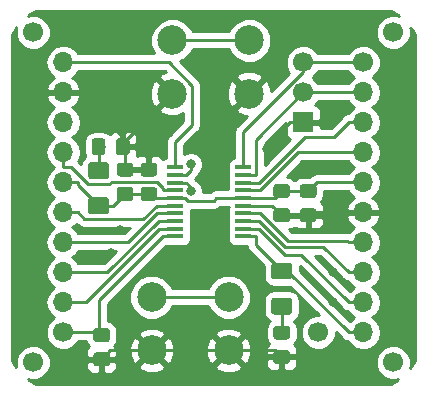
<source format=gbr>
G04 #@! TF.GenerationSoftware,KiCad,Pcbnew,(5.0.2)-1*
G04 #@! TF.CreationDate,2019-07-18T11:35:20+03:00*
G04 #@! TF.ProjectId,Breakout Board STM32L041x6 - TSSOP20,42726561-6b6f-4757-9420-426f61726420,rev?*
G04 #@! TF.SameCoordinates,Original*
G04 #@! TF.FileFunction,Copper,L1,Top*
G04 #@! TF.FilePolarity,Positive*
%FSLAX46Y46*%
G04 Gerber Fmt 4.6, Leading zero omitted, Abs format (unit mm)*
G04 Created by KiCad (PCBNEW (5.0.2)-1) date 18-Jul-19 11:35:20*
%MOMM*%
%LPD*%
G01*
G04 APERTURE LIST*
G04 #@! TA.AperFunction,Conductor*
%ADD10C,0.100000*%
G04 #@! TD*
G04 #@! TA.AperFunction,SMDPad,CuDef*
%ADD11C,1.150000*%
G04 #@! TD*
G04 #@! TA.AperFunction,SMDPad,CuDef*
%ADD12C,1.425000*%
G04 #@! TD*
G04 #@! TA.AperFunction,ComponentPad*
%ADD13C,2.500000*%
G04 #@! TD*
G04 #@! TA.AperFunction,ComponentPad*
%ADD14C,1.700000*%
G04 #@! TD*
G04 #@! TA.AperFunction,ComponentPad*
%ADD15R,1.700000X1.700000*%
G04 #@! TD*
G04 #@! TA.AperFunction,SMDPad,CuDef*
%ADD16R,1.350000X0.400000*%
G04 #@! TD*
G04 #@! TA.AperFunction,ComponentPad*
%ADD17O,1.700000X1.700000*%
G04 #@! TD*
G04 #@! TA.AperFunction,ViaPad*
%ADD18C,0.800000*%
G04 #@! TD*
G04 #@! TA.AperFunction,Conductor*
%ADD19C,0.250000*%
G04 #@! TD*
G04 #@! TA.AperFunction,Conductor*
%ADD20C,0.254000*%
G04 #@! TD*
G04 APERTURE END LIST*
D10*
G04 #@! TO.N,GND*
G04 #@! TO.C,C2*
G36*
X125094505Y-72006204D02*
X125118773Y-72009804D01*
X125142572Y-72015765D01*
X125165671Y-72024030D01*
X125187850Y-72034520D01*
X125208893Y-72047132D01*
X125228599Y-72061747D01*
X125246777Y-72078223D01*
X125263253Y-72096401D01*
X125277868Y-72116107D01*
X125290480Y-72137150D01*
X125300970Y-72159329D01*
X125309235Y-72182428D01*
X125315196Y-72206227D01*
X125318796Y-72230495D01*
X125320000Y-72254999D01*
X125320000Y-72905001D01*
X125318796Y-72929505D01*
X125315196Y-72953773D01*
X125309235Y-72977572D01*
X125300970Y-73000671D01*
X125290480Y-73022850D01*
X125277868Y-73043893D01*
X125263253Y-73063599D01*
X125246777Y-73081777D01*
X125228599Y-73098253D01*
X125208893Y-73112868D01*
X125187850Y-73125480D01*
X125165671Y-73135970D01*
X125142572Y-73144235D01*
X125118773Y-73150196D01*
X125094505Y-73153796D01*
X125070001Y-73155000D01*
X124169999Y-73155000D01*
X124145495Y-73153796D01*
X124121227Y-73150196D01*
X124097428Y-73144235D01*
X124074329Y-73135970D01*
X124052150Y-73125480D01*
X124031107Y-73112868D01*
X124011401Y-73098253D01*
X123993223Y-73081777D01*
X123976747Y-73063599D01*
X123962132Y-73043893D01*
X123949520Y-73022850D01*
X123939030Y-73000671D01*
X123930765Y-72977572D01*
X123924804Y-72953773D01*
X123921204Y-72929505D01*
X123920000Y-72905001D01*
X123920000Y-72254999D01*
X123921204Y-72230495D01*
X123924804Y-72206227D01*
X123930765Y-72182428D01*
X123939030Y-72159329D01*
X123949520Y-72137150D01*
X123962132Y-72116107D01*
X123976747Y-72096401D01*
X123993223Y-72078223D01*
X124011401Y-72061747D01*
X124031107Y-72047132D01*
X124052150Y-72034520D01*
X124074329Y-72024030D01*
X124097428Y-72015765D01*
X124121227Y-72009804D01*
X124145495Y-72006204D01*
X124169999Y-72005000D01*
X125070001Y-72005000D01*
X125094505Y-72006204D01*
X125094505Y-72006204D01*
G37*
D11*
G04 #@! TD*
G04 #@! TO.P,C2,2*
G04 #@! TO.N,GND*
X124620000Y-72580000D03*
D10*
G04 #@! TO.N,/vdd*
G04 #@! TO.C,C2*
G36*
X125094505Y-74056204D02*
X125118773Y-74059804D01*
X125142572Y-74065765D01*
X125165671Y-74074030D01*
X125187850Y-74084520D01*
X125208893Y-74097132D01*
X125228599Y-74111747D01*
X125246777Y-74128223D01*
X125263253Y-74146401D01*
X125277868Y-74166107D01*
X125290480Y-74187150D01*
X125300970Y-74209329D01*
X125309235Y-74232428D01*
X125315196Y-74256227D01*
X125318796Y-74280495D01*
X125320000Y-74304999D01*
X125320000Y-74955001D01*
X125318796Y-74979505D01*
X125315196Y-75003773D01*
X125309235Y-75027572D01*
X125300970Y-75050671D01*
X125290480Y-75072850D01*
X125277868Y-75093893D01*
X125263253Y-75113599D01*
X125246777Y-75131777D01*
X125228599Y-75148253D01*
X125208893Y-75162868D01*
X125187850Y-75175480D01*
X125165671Y-75185970D01*
X125142572Y-75194235D01*
X125118773Y-75200196D01*
X125094505Y-75203796D01*
X125070001Y-75205000D01*
X124169999Y-75205000D01*
X124145495Y-75203796D01*
X124121227Y-75200196D01*
X124097428Y-75194235D01*
X124074329Y-75185970D01*
X124052150Y-75175480D01*
X124031107Y-75162868D01*
X124011401Y-75148253D01*
X123993223Y-75131777D01*
X123976747Y-75113599D01*
X123962132Y-75093893D01*
X123949520Y-75072850D01*
X123939030Y-75050671D01*
X123930765Y-75027572D01*
X123924804Y-75003773D01*
X123921204Y-74979505D01*
X123920000Y-74955001D01*
X123920000Y-74304999D01*
X123921204Y-74280495D01*
X123924804Y-74256227D01*
X123930765Y-74232428D01*
X123939030Y-74209329D01*
X123949520Y-74187150D01*
X123962132Y-74166107D01*
X123976747Y-74146401D01*
X123993223Y-74128223D01*
X124011401Y-74111747D01*
X124031107Y-74097132D01*
X124052150Y-74084520D01*
X124074329Y-74074030D01*
X124097428Y-74065765D01*
X124121227Y-74059804D01*
X124145495Y-74056204D01*
X124169999Y-74055000D01*
X125070001Y-74055000D01*
X125094505Y-74056204D01*
X125094505Y-74056204D01*
G37*
D11*
G04 #@! TD*
G04 #@! TO.P,C2,1*
G04 #@! TO.N,/vdd*
X124620000Y-74630000D03*
D10*
G04 #@! TO.N,/vdd*
G04 #@! TO.C,C3*
G36*
X127094505Y-74056204D02*
X127118773Y-74059804D01*
X127142572Y-74065765D01*
X127165671Y-74074030D01*
X127187850Y-74084520D01*
X127208893Y-74097132D01*
X127228599Y-74111747D01*
X127246777Y-74128223D01*
X127263253Y-74146401D01*
X127277868Y-74166107D01*
X127290480Y-74187150D01*
X127300970Y-74209329D01*
X127309235Y-74232428D01*
X127315196Y-74256227D01*
X127318796Y-74280495D01*
X127320000Y-74304999D01*
X127320000Y-74955001D01*
X127318796Y-74979505D01*
X127315196Y-75003773D01*
X127309235Y-75027572D01*
X127300970Y-75050671D01*
X127290480Y-75072850D01*
X127277868Y-75093893D01*
X127263253Y-75113599D01*
X127246777Y-75131777D01*
X127228599Y-75148253D01*
X127208893Y-75162868D01*
X127187850Y-75175480D01*
X127165671Y-75185970D01*
X127142572Y-75194235D01*
X127118773Y-75200196D01*
X127094505Y-75203796D01*
X127070001Y-75205000D01*
X126169999Y-75205000D01*
X126145495Y-75203796D01*
X126121227Y-75200196D01*
X126097428Y-75194235D01*
X126074329Y-75185970D01*
X126052150Y-75175480D01*
X126031107Y-75162868D01*
X126011401Y-75148253D01*
X125993223Y-75131777D01*
X125976747Y-75113599D01*
X125962132Y-75093893D01*
X125949520Y-75072850D01*
X125939030Y-75050671D01*
X125930765Y-75027572D01*
X125924804Y-75003773D01*
X125921204Y-74979505D01*
X125920000Y-74955001D01*
X125920000Y-74304999D01*
X125921204Y-74280495D01*
X125924804Y-74256227D01*
X125930765Y-74232428D01*
X125939030Y-74209329D01*
X125949520Y-74187150D01*
X125962132Y-74166107D01*
X125976747Y-74146401D01*
X125993223Y-74128223D01*
X126011401Y-74111747D01*
X126031107Y-74097132D01*
X126052150Y-74084520D01*
X126074329Y-74074030D01*
X126097428Y-74065765D01*
X126121227Y-74059804D01*
X126145495Y-74056204D01*
X126169999Y-74055000D01*
X127070001Y-74055000D01*
X127094505Y-74056204D01*
X127094505Y-74056204D01*
G37*
D11*
G04 #@! TD*
G04 #@! TO.P,C3,1*
G04 #@! TO.N,/vdd*
X126620000Y-74630000D03*
D10*
G04 #@! TO.N,GND*
G04 #@! TO.C,C3*
G36*
X127094505Y-72006204D02*
X127118773Y-72009804D01*
X127142572Y-72015765D01*
X127165671Y-72024030D01*
X127187850Y-72034520D01*
X127208893Y-72047132D01*
X127228599Y-72061747D01*
X127246777Y-72078223D01*
X127263253Y-72096401D01*
X127277868Y-72116107D01*
X127290480Y-72137150D01*
X127300970Y-72159329D01*
X127309235Y-72182428D01*
X127315196Y-72206227D01*
X127318796Y-72230495D01*
X127320000Y-72254999D01*
X127320000Y-72905001D01*
X127318796Y-72929505D01*
X127315196Y-72953773D01*
X127309235Y-72977572D01*
X127300970Y-73000671D01*
X127290480Y-73022850D01*
X127277868Y-73043893D01*
X127263253Y-73063599D01*
X127246777Y-73081777D01*
X127228599Y-73098253D01*
X127208893Y-73112868D01*
X127187850Y-73125480D01*
X127165671Y-73135970D01*
X127142572Y-73144235D01*
X127118773Y-73150196D01*
X127094505Y-73153796D01*
X127070001Y-73155000D01*
X126169999Y-73155000D01*
X126145495Y-73153796D01*
X126121227Y-73150196D01*
X126097428Y-73144235D01*
X126074329Y-73135970D01*
X126052150Y-73125480D01*
X126031107Y-73112868D01*
X126011401Y-73098253D01*
X125993223Y-73081777D01*
X125976747Y-73063599D01*
X125962132Y-73043893D01*
X125949520Y-73022850D01*
X125939030Y-73000671D01*
X125930765Y-72977572D01*
X125924804Y-72953773D01*
X125921204Y-72929505D01*
X125920000Y-72905001D01*
X125920000Y-72254999D01*
X125921204Y-72230495D01*
X125924804Y-72206227D01*
X125930765Y-72182428D01*
X125939030Y-72159329D01*
X125949520Y-72137150D01*
X125962132Y-72116107D01*
X125976747Y-72096401D01*
X125993223Y-72078223D01*
X126011401Y-72061747D01*
X126031107Y-72047132D01*
X126052150Y-72034520D01*
X126074329Y-72024030D01*
X126097428Y-72015765D01*
X126121227Y-72009804D01*
X126145495Y-72006204D01*
X126169999Y-72005000D01*
X127070001Y-72005000D01*
X127094505Y-72006204D01*
X127094505Y-72006204D01*
G37*
D11*
G04 #@! TD*
G04 #@! TO.P,C3,2*
G04 #@! TO.N,GND*
X126620000Y-72580000D03*
D10*
G04 #@! TO.N,GND*
G04 #@! TO.C,C4*
G36*
X140594505Y-75856204D02*
X140618773Y-75859804D01*
X140642572Y-75865765D01*
X140665671Y-75874030D01*
X140687850Y-75884520D01*
X140708893Y-75897132D01*
X140728599Y-75911747D01*
X140746777Y-75928223D01*
X140763253Y-75946401D01*
X140777868Y-75966107D01*
X140790480Y-75987150D01*
X140800970Y-76009329D01*
X140809235Y-76032428D01*
X140815196Y-76056227D01*
X140818796Y-76080495D01*
X140820000Y-76104999D01*
X140820000Y-76755001D01*
X140818796Y-76779505D01*
X140815196Y-76803773D01*
X140809235Y-76827572D01*
X140800970Y-76850671D01*
X140790480Y-76872850D01*
X140777868Y-76893893D01*
X140763253Y-76913599D01*
X140746777Y-76931777D01*
X140728599Y-76948253D01*
X140708893Y-76962868D01*
X140687850Y-76975480D01*
X140665671Y-76985970D01*
X140642572Y-76994235D01*
X140618773Y-77000196D01*
X140594505Y-77003796D01*
X140570001Y-77005000D01*
X139669999Y-77005000D01*
X139645495Y-77003796D01*
X139621227Y-77000196D01*
X139597428Y-76994235D01*
X139574329Y-76985970D01*
X139552150Y-76975480D01*
X139531107Y-76962868D01*
X139511401Y-76948253D01*
X139493223Y-76931777D01*
X139476747Y-76913599D01*
X139462132Y-76893893D01*
X139449520Y-76872850D01*
X139439030Y-76850671D01*
X139430765Y-76827572D01*
X139424804Y-76803773D01*
X139421204Y-76779505D01*
X139420000Y-76755001D01*
X139420000Y-76104999D01*
X139421204Y-76080495D01*
X139424804Y-76056227D01*
X139430765Y-76032428D01*
X139439030Y-76009329D01*
X139449520Y-75987150D01*
X139462132Y-75966107D01*
X139476747Y-75946401D01*
X139493223Y-75928223D01*
X139511401Y-75911747D01*
X139531107Y-75897132D01*
X139552150Y-75884520D01*
X139574329Y-75874030D01*
X139597428Y-75865765D01*
X139621227Y-75859804D01*
X139645495Y-75856204D01*
X139669999Y-75855000D01*
X140570001Y-75855000D01*
X140594505Y-75856204D01*
X140594505Y-75856204D01*
G37*
D11*
G04 #@! TD*
G04 #@! TO.P,C4,2*
G04 #@! TO.N,GND*
X140120000Y-76430000D03*
D10*
G04 #@! TO.N,/vdd*
G04 #@! TO.C,C4*
G36*
X140594505Y-73806204D02*
X140618773Y-73809804D01*
X140642572Y-73815765D01*
X140665671Y-73824030D01*
X140687850Y-73834520D01*
X140708893Y-73847132D01*
X140728599Y-73861747D01*
X140746777Y-73878223D01*
X140763253Y-73896401D01*
X140777868Y-73916107D01*
X140790480Y-73937150D01*
X140800970Y-73959329D01*
X140809235Y-73982428D01*
X140815196Y-74006227D01*
X140818796Y-74030495D01*
X140820000Y-74054999D01*
X140820000Y-74705001D01*
X140818796Y-74729505D01*
X140815196Y-74753773D01*
X140809235Y-74777572D01*
X140800970Y-74800671D01*
X140790480Y-74822850D01*
X140777868Y-74843893D01*
X140763253Y-74863599D01*
X140746777Y-74881777D01*
X140728599Y-74898253D01*
X140708893Y-74912868D01*
X140687850Y-74925480D01*
X140665671Y-74935970D01*
X140642572Y-74944235D01*
X140618773Y-74950196D01*
X140594505Y-74953796D01*
X140570001Y-74955000D01*
X139669999Y-74955000D01*
X139645495Y-74953796D01*
X139621227Y-74950196D01*
X139597428Y-74944235D01*
X139574329Y-74935970D01*
X139552150Y-74925480D01*
X139531107Y-74912868D01*
X139511401Y-74898253D01*
X139493223Y-74881777D01*
X139476747Y-74863599D01*
X139462132Y-74843893D01*
X139449520Y-74822850D01*
X139439030Y-74800671D01*
X139430765Y-74777572D01*
X139424804Y-74753773D01*
X139421204Y-74729505D01*
X139420000Y-74705001D01*
X139420000Y-74054999D01*
X139421204Y-74030495D01*
X139424804Y-74006227D01*
X139430765Y-73982428D01*
X139439030Y-73959329D01*
X139449520Y-73937150D01*
X139462132Y-73916107D01*
X139476747Y-73896401D01*
X139493223Y-73878223D01*
X139511401Y-73861747D01*
X139531107Y-73847132D01*
X139552150Y-73834520D01*
X139574329Y-73824030D01*
X139597428Y-73815765D01*
X139621227Y-73809804D01*
X139645495Y-73806204D01*
X139669999Y-73805000D01*
X140570001Y-73805000D01*
X140594505Y-73806204D01*
X140594505Y-73806204D01*
G37*
D11*
G04 #@! TD*
G04 #@! TO.P,C4,1*
G04 #@! TO.N,/vdd*
X140120000Y-74380000D03*
D10*
G04 #@! TO.N,/vdd*
G04 #@! TO.C,C5*
G36*
X138344505Y-73806204D02*
X138368773Y-73809804D01*
X138392572Y-73815765D01*
X138415671Y-73824030D01*
X138437850Y-73834520D01*
X138458893Y-73847132D01*
X138478599Y-73861747D01*
X138496777Y-73878223D01*
X138513253Y-73896401D01*
X138527868Y-73916107D01*
X138540480Y-73937150D01*
X138550970Y-73959329D01*
X138559235Y-73982428D01*
X138565196Y-74006227D01*
X138568796Y-74030495D01*
X138570000Y-74054999D01*
X138570000Y-74705001D01*
X138568796Y-74729505D01*
X138565196Y-74753773D01*
X138559235Y-74777572D01*
X138550970Y-74800671D01*
X138540480Y-74822850D01*
X138527868Y-74843893D01*
X138513253Y-74863599D01*
X138496777Y-74881777D01*
X138478599Y-74898253D01*
X138458893Y-74912868D01*
X138437850Y-74925480D01*
X138415671Y-74935970D01*
X138392572Y-74944235D01*
X138368773Y-74950196D01*
X138344505Y-74953796D01*
X138320001Y-74955000D01*
X137419999Y-74955000D01*
X137395495Y-74953796D01*
X137371227Y-74950196D01*
X137347428Y-74944235D01*
X137324329Y-74935970D01*
X137302150Y-74925480D01*
X137281107Y-74912868D01*
X137261401Y-74898253D01*
X137243223Y-74881777D01*
X137226747Y-74863599D01*
X137212132Y-74843893D01*
X137199520Y-74822850D01*
X137189030Y-74800671D01*
X137180765Y-74777572D01*
X137174804Y-74753773D01*
X137171204Y-74729505D01*
X137170000Y-74705001D01*
X137170000Y-74054999D01*
X137171204Y-74030495D01*
X137174804Y-74006227D01*
X137180765Y-73982428D01*
X137189030Y-73959329D01*
X137199520Y-73937150D01*
X137212132Y-73916107D01*
X137226747Y-73896401D01*
X137243223Y-73878223D01*
X137261401Y-73861747D01*
X137281107Y-73847132D01*
X137302150Y-73834520D01*
X137324329Y-73824030D01*
X137347428Y-73815765D01*
X137371227Y-73809804D01*
X137395495Y-73806204D01*
X137419999Y-73805000D01*
X138320001Y-73805000D01*
X138344505Y-73806204D01*
X138344505Y-73806204D01*
G37*
D11*
G04 #@! TD*
G04 #@! TO.P,C5,1*
G04 #@! TO.N,/vdd*
X137870000Y-74380000D03*
D10*
G04 #@! TO.N,GND*
G04 #@! TO.C,C5*
G36*
X138344505Y-75856204D02*
X138368773Y-75859804D01*
X138392572Y-75865765D01*
X138415671Y-75874030D01*
X138437850Y-75884520D01*
X138458893Y-75897132D01*
X138478599Y-75911747D01*
X138496777Y-75928223D01*
X138513253Y-75946401D01*
X138527868Y-75966107D01*
X138540480Y-75987150D01*
X138550970Y-76009329D01*
X138559235Y-76032428D01*
X138565196Y-76056227D01*
X138568796Y-76080495D01*
X138570000Y-76104999D01*
X138570000Y-76755001D01*
X138568796Y-76779505D01*
X138565196Y-76803773D01*
X138559235Y-76827572D01*
X138550970Y-76850671D01*
X138540480Y-76872850D01*
X138527868Y-76893893D01*
X138513253Y-76913599D01*
X138496777Y-76931777D01*
X138478599Y-76948253D01*
X138458893Y-76962868D01*
X138437850Y-76975480D01*
X138415671Y-76985970D01*
X138392572Y-76994235D01*
X138368773Y-77000196D01*
X138344505Y-77003796D01*
X138320001Y-77005000D01*
X137419999Y-77005000D01*
X137395495Y-77003796D01*
X137371227Y-77000196D01*
X137347428Y-76994235D01*
X137324329Y-76985970D01*
X137302150Y-76975480D01*
X137281107Y-76962868D01*
X137261401Y-76948253D01*
X137243223Y-76931777D01*
X137226747Y-76913599D01*
X137212132Y-76893893D01*
X137199520Y-76872850D01*
X137189030Y-76850671D01*
X137180765Y-76827572D01*
X137174804Y-76803773D01*
X137171204Y-76779505D01*
X137170000Y-76755001D01*
X137170000Y-76104999D01*
X137171204Y-76080495D01*
X137174804Y-76056227D01*
X137180765Y-76032428D01*
X137189030Y-76009329D01*
X137199520Y-75987150D01*
X137212132Y-75966107D01*
X137226747Y-75946401D01*
X137243223Y-75928223D01*
X137261401Y-75911747D01*
X137281107Y-75897132D01*
X137302150Y-75884520D01*
X137324329Y-75874030D01*
X137347428Y-75865765D01*
X137371227Y-75859804D01*
X137395495Y-75856204D01*
X137419999Y-75855000D01*
X138320001Y-75855000D01*
X138344505Y-75856204D01*
X138344505Y-75856204D01*
G37*
D11*
G04 #@! TD*
G04 #@! TO.P,C5,2*
G04 #@! TO.N,GND*
X137870000Y-76430000D03*
D10*
G04 #@! TO.N,/vdd*
G04 #@! TO.C,D1*
G36*
X123019504Y-74918704D02*
X123043773Y-74922304D01*
X123067571Y-74928265D01*
X123090671Y-74936530D01*
X123112849Y-74947020D01*
X123133893Y-74959633D01*
X123153598Y-74974247D01*
X123171777Y-74990723D01*
X123188253Y-75008902D01*
X123202867Y-75028607D01*
X123215480Y-75049651D01*
X123225970Y-75071829D01*
X123234235Y-75094929D01*
X123240196Y-75118727D01*
X123243796Y-75142996D01*
X123245000Y-75167500D01*
X123245000Y-76092500D01*
X123243796Y-76117004D01*
X123240196Y-76141273D01*
X123234235Y-76165071D01*
X123225970Y-76188171D01*
X123215480Y-76210349D01*
X123202867Y-76231393D01*
X123188253Y-76251098D01*
X123171777Y-76269277D01*
X123153598Y-76285753D01*
X123133893Y-76300367D01*
X123112849Y-76312980D01*
X123090671Y-76323470D01*
X123067571Y-76331735D01*
X123043773Y-76337696D01*
X123019504Y-76341296D01*
X122995000Y-76342500D01*
X121745000Y-76342500D01*
X121720496Y-76341296D01*
X121696227Y-76337696D01*
X121672429Y-76331735D01*
X121649329Y-76323470D01*
X121627151Y-76312980D01*
X121606107Y-76300367D01*
X121586402Y-76285753D01*
X121568223Y-76269277D01*
X121551747Y-76251098D01*
X121537133Y-76231393D01*
X121524520Y-76210349D01*
X121514030Y-76188171D01*
X121505765Y-76165071D01*
X121499804Y-76141273D01*
X121496204Y-76117004D01*
X121495000Y-76092500D01*
X121495000Y-75167500D01*
X121496204Y-75142996D01*
X121499804Y-75118727D01*
X121505765Y-75094929D01*
X121514030Y-75071829D01*
X121524520Y-75049651D01*
X121537133Y-75028607D01*
X121551747Y-75008902D01*
X121568223Y-74990723D01*
X121586402Y-74974247D01*
X121606107Y-74959633D01*
X121627151Y-74947020D01*
X121649329Y-74936530D01*
X121672429Y-74928265D01*
X121696227Y-74922304D01*
X121720496Y-74918704D01*
X121745000Y-74917500D01*
X122995000Y-74917500D01*
X123019504Y-74918704D01*
X123019504Y-74918704D01*
G37*
D12*
G04 #@! TD*
G04 #@! TO.P,D1,2*
G04 #@! TO.N,/vdd*
X122370000Y-75630000D03*
D10*
G04 #@! TO.N,Net-(D1-Pad1)*
G04 #@! TO.C,D1*
G36*
X123019504Y-71943704D02*
X123043773Y-71947304D01*
X123067571Y-71953265D01*
X123090671Y-71961530D01*
X123112849Y-71972020D01*
X123133893Y-71984633D01*
X123153598Y-71999247D01*
X123171777Y-72015723D01*
X123188253Y-72033902D01*
X123202867Y-72053607D01*
X123215480Y-72074651D01*
X123225970Y-72096829D01*
X123234235Y-72119929D01*
X123240196Y-72143727D01*
X123243796Y-72167996D01*
X123245000Y-72192500D01*
X123245000Y-73117500D01*
X123243796Y-73142004D01*
X123240196Y-73166273D01*
X123234235Y-73190071D01*
X123225970Y-73213171D01*
X123215480Y-73235349D01*
X123202867Y-73256393D01*
X123188253Y-73276098D01*
X123171777Y-73294277D01*
X123153598Y-73310753D01*
X123133893Y-73325367D01*
X123112849Y-73337980D01*
X123090671Y-73348470D01*
X123067571Y-73356735D01*
X123043773Y-73362696D01*
X123019504Y-73366296D01*
X122995000Y-73367500D01*
X121745000Y-73367500D01*
X121720496Y-73366296D01*
X121696227Y-73362696D01*
X121672429Y-73356735D01*
X121649329Y-73348470D01*
X121627151Y-73337980D01*
X121606107Y-73325367D01*
X121586402Y-73310753D01*
X121568223Y-73294277D01*
X121551747Y-73276098D01*
X121537133Y-73256393D01*
X121524520Y-73235349D01*
X121514030Y-73213171D01*
X121505765Y-73190071D01*
X121499804Y-73166273D01*
X121496204Y-73142004D01*
X121495000Y-73117500D01*
X121495000Y-72192500D01*
X121496204Y-72167996D01*
X121499804Y-72143727D01*
X121505765Y-72119929D01*
X121514030Y-72096829D01*
X121524520Y-72074651D01*
X121537133Y-72053607D01*
X121551747Y-72033902D01*
X121568223Y-72015723D01*
X121586402Y-71999247D01*
X121606107Y-71984633D01*
X121627151Y-71972020D01*
X121649329Y-71961530D01*
X121672429Y-71953265D01*
X121696227Y-71947304D01*
X121720496Y-71943704D01*
X121745000Y-71942500D01*
X122995000Y-71942500D01*
X123019504Y-71943704D01*
X123019504Y-71943704D01*
G37*
D12*
G04 #@! TD*
G04 #@! TO.P,D1,1*
G04 #@! TO.N,Net-(D1-Pad1)*
X122370000Y-72655000D03*
D10*
G04 #@! TO.N,Net-(D2-Pad1)*
G04 #@! TO.C,D2*
G36*
X138519504Y-83418704D02*
X138543773Y-83422304D01*
X138567571Y-83428265D01*
X138590671Y-83436530D01*
X138612849Y-83447020D01*
X138633893Y-83459633D01*
X138653598Y-83474247D01*
X138671777Y-83490723D01*
X138688253Y-83508902D01*
X138702867Y-83528607D01*
X138715480Y-83549651D01*
X138725970Y-83571829D01*
X138734235Y-83594929D01*
X138740196Y-83618727D01*
X138743796Y-83642996D01*
X138745000Y-83667500D01*
X138745000Y-84592500D01*
X138743796Y-84617004D01*
X138740196Y-84641273D01*
X138734235Y-84665071D01*
X138725970Y-84688171D01*
X138715480Y-84710349D01*
X138702867Y-84731393D01*
X138688253Y-84751098D01*
X138671777Y-84769277D01*
X138653598Y-84785753D01*
X138633893Y-84800367D01*
X138612849Y-84812980D01*
X138590671Y-84823470D01*
X138567571Y-84831735D01*
X138543773Y-84837696D01*
X138519504Y-84841296D01*
X138495000Y-84842500D01*
X137245000Y-84842500D01*
X137220496Y-84841296D01*
X137196227Y-84837696D01*
X137172429Y-84831735D01*
X137149329Y-84823470D01*
X137127151Y-84812980D01*
X137106107Y-84800367D01*
X137086402Y-84785753D01*
X137068223Y-84769277D01*
X137051747Y-84751098D01*
X137037133Y-84731393D01*
X137024520Y-84710349D01*
X137014030Y-84688171D01*
X137005765Y-84665071D01*
X136999804Y-84641273D01*
X136996204Y-84617004D01*
X136995000Y-84592500D01*
X136995000Y-83667500D01*
X136996204Y-83642996D01*
X136999804Y-83618727D01*
X137005765Y-83594929D01*
X137014030Y-83571829D01*
X137024520Y-83549651D01*
X137037133Y-83528607D01*
X137051747Y-83508902D01*
X137068223Y-83490723D01*
X137086402Y-83474247D01*
X137106107Y-83459633D01*
X137127151Y-83447020D01*
X137149329Y-83436530D01*
X137172429Y-83428265D01*
X137196227Y-83422304D01*
X137220496Y-83418704D01*
X137245000Y-83417500D01*
X138495000Y-83417500D01*
X138519504Y-83418704D01*
X138519504Y-83418704D01*
G37*
D12*
G04 #@! TD*
G04 #@! TO.P,D2,1*
G04 #@! TO.N,Net-(D2-Pad1)*
X137870000Y-84130000D03*
D10*
G04 #@! TO.N,/led*
G04 #@! TO.C,D2*
G36*
X138519504Y-80443704D02*
X138543773Y-80447304D01*
X138567571Y-80453265D01*
X138590671Y-80461530D01*
X138612849Y-80472020D01*
X138633893Y-80484633D01*
X138653598Y-80499247D01*
X138671777Y-80515723D01*
X138688253Y-80533902D01*
X138702867Y-80553607D01*
X138715480Y-80574651D01*
X138725970Y-80596829D01*
X138734235Y-80619929D01*
X138740196Y-80643727D01*
X138743796Y-80667996D01*
X138745000Y-80692500D01*
X138745000Y-81617500D01*
X138743796Y-81642004D01*
X138740196Y-81666273D01*
X138734235Y-81690071D01*
X138725970Y-81713171D01*
X138715480Y-81735349D01*
X138702867Y-81756393D01*
X138688253Y-81776098D01*
X138671777Y-81794277D01*
X138653598Y-81810753D01*
X138633893Y-81825367D01*
X138612849Y-81837980D01*
X138590671Y-81848470D01*
X138567571Y-81856735D01*
X138543773Y-81862696D01*
X138519504Y-81866296D01*
X138495000Y-81867500D01*
X137245000Y-81867500D01*
X137220496Y-81866296D01*
X137196227Y-81862696D01*
X137172429Y-81856735D01*
X137149329Y-81848470D01*
X137127151Y-81837980D01*
X137106107Y-81825367D01*
X137086402Y-81810753D01*
X137068223Y-81794277D01*
X137051747Y-81776098D01*
X137037133Y-81756393D01*
X137024520Y-81735349D01*
X137014030Y-81713171D01*
X137005765Y-81690071D01*
X136999804Y-81666273D01*
X136996204Y-81642004D01*
X136995000Y-81617500D01*
X136995000Y-80692500D01*
X136996204Y-80667996D01*
X136999804Y-80643727D01*
X137005765Y-80619929D01*
X137014030Y-80596829D01*
X137024520Y-80574651D01*
X137037133Y-80553607D01*
X137051747Y-80533902D01*
X137068223Y-80515723D01*
X137086402Y-80499247D01*
X137106107Y-80484633D01*
X137127151Y-80472020D01*
X137149329Y-80461530D01*
X137172429Y-80453265D01*
X137196227Y-80447304D01*
X137220496Y-80443704D01*
X137245000Y-80442500D01*
X138495000Y-80442500D01*
X138519504Y-80443704D01*
X138519504Y-80443704D01*
G37*
D12*
G04 #@! TD*
G04 #@! TO.P,D2,2*
G04 #@! TO.N,/led*
X137870000Y-81155000D03*
D10*
G04 #@! TO.N,Net-(D1-Pad1)*
G04 #@! TO.C,R2*
G36*
X122719505Y-69931204D02*
X122743773Y-69934804D01*
X122767572Y-69940765D01*
X122790671Y-69949030D01*
X122812850Y-69959520D01*
X122833893Y-69972132D01*
X122853599Y-69986747D01*
X122871777Y-70003223D01*
X122888253Y-70021401D01*
X122902868Y-70041107D01*
X122915480Y-70062150D01*
X122925970Y-70084329D01*
X122934235Y-70107428D01*
X122940196Y-70131227D01*
X122943796Y-70155495D01*
X122945000Y-70179999D01*
X122945000Y-71080001D01*
X122943796Y-71104505D01*
X122940196Y-71128773D01*
X122934235Y-71152572D01*
X122925970Y-71175671D01*
X122915480Y-71197850D01*
X122902868Y-71218893D01*
X122888253Y-71238599D01*
X122871777Y-71256777D01*
X122853599Y-71273253D01*
X122833893Y-71287868D01*
X122812850Y-71300480D01*
X122790671Y-71310970D01*
X122767572Y-71319235D01*
X122743773Y-71325196D01*
X122719505Y-71328796D01*
X122695001Y-71330000D01*
X122044999Y-71330000D01*
X122020495Y-71328796D01*
X121996227Y-71325196D01*
X121972428Y-71319235D01*
X121949329Y-71310970D01*
X121927150Y-71300480D01*
X121906107Y-71287868D01*
X121886401Y-71273253D01*
X121868223Y-71256777D01*
X121851747Y-71238599D01*
X121837132Y-71218893D01*
X121824520Y-71197850D01*
X121814030Y-71175671D01*
X121805765Y-71152572D01*
X121799804Y-71128773D01*
X121796204Y-71104505D01*
X121795000Y-71080001D01*
X121795000Y-70179999D01*
X121796204Y-70155495D01*
X121799804Y-70131227D01*
X121805765Y-70107428D01*
X121814030Y-70084329D01*
X121824520Y-70062150D01*
X121837132Y-70041107D01*
X121851747Y-70021401D01*
X121868223Y-70003223D01*
X121886401Y-69986747D01*
X121906107Y-69972132D01*
X121927150Y-69959520D01*
X121949329Y-69949030D01*
X121972428Y-69940765D01*
X121996227Y-69934804D01*
X122020495Y-69931204D01*
X122044999Y-69930000D01*
X122695001Y-69930000D01*
X122719505Y-69931204D01*
X122719505Y-69931204D01*
G37*
D11*
G04 #@! TD*
G04 #@! TO.P,R2,1*
G04 #@! TO.N,Net-(D1-Pad1)*
X122370000Y-70630000D03*
D10*
G04 #@! TO.N,GND*
G04 #@! TO.C,R2*
G36*
X124769505Y-69931204D02*
X124793773Y-69934804D01*
X124817572Y-69940765D01*
X124840671Y-69949030D01*
X124862850Y-69959520D01*
X124883893Y-69972132D01*
X124903599Y-69986747D01*
X124921777Y-70003223D01*
X124938253Y-70021401D01*
X124952868Y-70041107D01*
X124965480Y-70062150D01*
X124975970Y-70084329D01*
X124984235Y-70107428D01*
X124990196Y-70131227D01*
X124993796Y-70155495D01*
X124995000Y-70179999D01*
X124995000Y-71080001D01*
X124993796Y-71104505D01*
X124990196Y-71128773D01*
X124984235Y-71152572D01*
X124975970Y-71175671D01*
X124965480Y-71197850D01*
X124952868Y-71218893D01*
X124938253Y-71238599D01*
X124921777Y-71256777D01*
X124903599Y-71273253D01*
X124883893Y-71287868D01*
X124862850Y-71300480D01*
X124840671Y-71310970D01*
X124817572Y-71319235D01*
X124793773Y-71325196D01*
X124769505Y-71328796D01*
X124745001Y-71330000D01*
X124094999Y-71330000D01*
X124070495Y-71328796D01*
X124046227Y-71325196D01*
X124022428Y-71319235D01*
X123999329Y-71310970D01*
X123977150Y-71300480D01*
X123956107Y-71287868D01*
X123936401Y-71273253D01*
X123918223Y-71256777D01*
X123901747Y-71238599D01*
X123887132Y-71218893D01*
X123874520Y-71197850D01*
X123864030Y-71175671D01*
X123855765Y-71152572D01*
X123849804Y-71128773D01*
X123846204Y-71104505D01*
X123845000Y-71080001D01*
X123845000Y-70179999D01*
X123846204Y-70155495D01*
X123849804Y-70131227D01*
X123855765Y-70107428D01*
X123864030Y-70084329D01*
X123874520Y-70062150D01*
X123887132Y-70041107D01*
X123901747Y-70021401D01*
X123918223Y-70003223D01*
X123936401Y-69986747D01*
X123956107Y-69972132D01*
X123977150Y-69959520D01*
X123999329Y-69949030D01*
X124022428Y-69940765D01*
X124046227Y-69934804D01*
X124070495Y-69931204D01*
X124094999Y-69930000D01*
X124745001Y-69930000D01*
X124769505Y-69931204D01*
X124769505Y-69931204D01*
G37*
D11*
G04 #@! TD*
G04 #@! TO.P,R2,2*
G04 #@! TO.N,GND*
X124420000Y-70630000D03*
D10*
G04 #@! TO.N,Net-(D2-Pad1)*
G04 #@! TO.C,R3*
G36*
X138344505Y-85806204D02*
X138368773Y-85809804D01*
X138392572Y-85815765D01*
X138415671Y-85824030D01*
X138437850Y-85834520D01*
X138458893Y-85847132D01*
X138478599Y-85861747D01*
X138496777Y-85878223D01*
X138513253Y-85896401D01*
X138527868Y-85916107D01*
X138540480Y-85937150D01*
X138550970Y-85959329D01*
X138559235Y-85982428D01*
X138565196Y-86006227D01*
X138568796Y-86030495D01*
X138570000Y-86054999D01*
X138570000Y-86705001D01*
X138568796Y-86729505D01*
X138565196Y-86753773D01*
X138559235Y-86777572D01*
X138550970Y-86800671D01*
X138540480Y-86822850D01*
X138527868Y-86843893D01*
X138513253Y-86863599D01*
X138496777Y-86881777D01*
X138478599Y-86898253D01*
X138458893Y-86912868D01*
X138437850Y-86925480D01*
X138415671Y-86935970D01*
X138392572Y-86944235D01*
X138368773Y-86950196D01*
X138344505Y-86953796D01*
X138320001Y-86955000D01*
X137419999Y-86955000D01*
X137395495Y-86953796D01*
X137371227Y-86950196D01*
X137347428Y-86944235D01*
X137324329Y-86935970D01*
X137302150Y-86925480D01*
X137281107Y-86912868D01*
X137261401Y-86898253D01*
X137243223Y-86881777D01*
X137226747Y-86863599D01*
X137212132Y-86843893D01*
X137199520Y-86822850D01*
X137189030Y-86800671D01*
X137180765Y-86777572D01*
X137174804Y-86753773D01*
X137171204Y-86729505D01*
X137170000Y-86705001D01*
X137170000Y-86054999D01*
X137171204Y-86030495D01*
X137174804Y-86006227D01*
X137180765Y-85982428D01*
X137189030Y-85959329D01*
X137199520Y-85937150D01*
X137212132Y-85916107D01*
X137226747Y-85896401D01*
X137243223Y-85878223D01*
X137261401Y-85861747D01*
X137281107Y-85847132D01*
X137302150Y-85834520D01*
X137324329Y-85824030D01*
X137347428Y-85815765D01*
X137371227Y-85809804D01*
X137395495Y-85806204D01*
X137419999Y-85805000D01*
X138320001Y-85805000D01*
X138344505Y-85806204D01*
X138344505Y-85806204D01*
G37*
D11*
G04 #@! TD*
G04 #@! TO.P,R3,1*
G04 #@! TO.N,Net-(D2-Pad1)*
X137870000Y-86380000D03*
D10*
G04 #@! TO.N,GND*
G04 #@! TO.C,R3*
G36*
X138344505Y-87856204D02*
X138368773Y-87859804D01*
X138392572Y-87865765D01*
X138415671Y-87874030D01*
X138437850Y-87884520D01*
X138458893Y-87897132D01*
X138478599Y-87911747D01*
X138496777Y-87928223D01*
X138513253Y-87946401D01*
X138527868Y-87966107D01*
X138540480Y-87987150D01*
X138550970Y-88009329D01*
X138559235Y-88032428D01*
X138565196Y-88056227D01*
X138568796Y-88080495D01*
X138570000Y-88104999D01*
X138570000Y-88755001D01*
X138568796Y-88779505D01*
X138565196Y-88803773D01*
X138559235Y-88827572D01*
X138550970Y-88850671D01*
X138540480Y-88872850D01*
X138527868Y-88893893D01*
X138513253Y-88913599D01*
X138496777Y-88931777D01*
X138478599Y-88948253D01*
X138458893Y-88962868D01*
X138437850Y-88975480D01*
X138415671Y-88985970D01*
X138392572Y-88994235D01*
X138368773Y-89000196D01*
X138344505Y-89003796D01*
X138320001Y-89005000D01*
X137419999Y-89005000D01*
X137395495Y-89003796D01*
X137371227Y-89000196D01*
X137347428Y-88994235D01*
X137324329Y-88985970D01*
X137302150Y-88975480D01*
X137281107Y-88962868D01*
X137261401Y-88948253D01*
X137243223Y-88931777D01*
X137226747Y-88913599D01*
X137212132Y-88893893D01*
X137199520Y-88872850D01*
X137189030Y-88850671D01*
X137180765Y-88827572D01*
X137174804Y-88803773D01*
X137171204Y-88779505D01*
X137170000Y-88755001D01*
X137170000Y-88104999D01*
X137171204Y-88080495D01*
X137174804Y-88056227D01*
X137180765Y-88032428D01*
X137189030Y-88009329D01*
X137199520Y-87987150D01*
X137212132Y-87966107D01*
X137226747Y-87946401D01*
X137243223Y-87928223D01*
X137261401Y-87911747D01*
X137281107Y-87897132D01*
X137302150Y-87884520D01*
X137324329Y-87874030D01*
X137347428Y-87865765D01*
X137371227Y-87859804D01*
X137395495Y-87856204D01*
X137419999Y-87855000D01*
X138320001Y-87855000D01*
X138344505Y-87856204D01*
X138344505Y-87856204D01*
G37*
D11*
G04 #@! TD*
G04 #@! TO.P,R3,2*
G04 #@! TO.N,GND*
X137870000Y-88430000D03*
D13*
G04 #@! TO.P,SW1,1*
G04 #@! TO.N,GND*
X135120000Y-66130000D03*
X128620000Y-66130000D03*
G04 #@! TO.P,SW1,2*
G04 #@! TO.N,/nrst*
X135120000Y-61630000D03*
X128620000Y-61630000D03*
G04 #@! TD*
D14*
G04 #@! TO.P,TP1,1*
G04 #@! TO.N,/swdio*
X139700000Y-66040000D03*
G04 #@! TD*
G04 #@! TO.P,TP2,1*
G04 #@! TO.N,/swclk*
X139700000Y-63500000D03*
G04 #@! TD*
G04 #@! TO.P,TP3,1*
G04 #@! TO.N,/vddext*
X140970000Y-86360000D03*
G04 #@! TD*
D15*
G04 #@! TO.P,TP4,1*
G04 #@! TO.N,GND*
X139700000Y-68580000D03*
G04 #@! TD*
D16*
G04 #@! TO.P,U1,1*
G04 #@! TO.N,/boot*
X128870000Y-72380000D03*
G04 #@! TO.P,U1,2*
G04 #@! TO.N,/osc32in*
X128870000Y-73030000D03*
G04 #@! TO.P,U1,3*
G04 #@! TO.N,/osc32out*
X128870000Y-73680000D03*
G04 #@! TO.P,U1,4*
G04 #@! TO.N,/nrst*
X128870000Y-74330000D03*
G04 #@! TO.P,U1,5*
G04 #@! TO.N,/vdd*
X128870000Y-74980000D03*
G04 #@! TO.P,U1,6*
G04 #@! TO.N,/pa0*
X128870000Y-75630000D03*
G04 #@! TO.P,U1,8*
G04 #@! TO.N,/pa2*
X128870000Y-76930000D03*
G04 #@! TO.P,U1,7*
G04 #@! TO.N,/pa1*
X128870000Y-76280000D03*
G04 #@! TO.P,U1,10*
G04 #@! TO.N,/switch*
X128870000Y-78230000D03*
G04 #@! TO.P,U1,9*
G04 #@! TO.N,/pa3*
X128870000Y-77580000D03*
G04 #@! TO.P,U1,11*
G04 #@! TO.N,/led*
X134620000Y-78230000D03*
G04 #@! TO.P,U1,12*
G04 #@! TO.N,/pa6*
X134620000Y-77580000D03*
G04 #@! TO.P,U1,20*
G04 #@! TO.N,/swclk*
X134620000Y-72380000D03*
G04 #@! TO.P,U1,19*
G04 #@! TO.N,/swdio*
X134620000Y-73030000D03*
G04 #@! TO.P,U1,17*
G04 #@! TO.N,/pa9*
X134620000Y-74330000D03*
G04 #@! TO.P,U1,18*
G04 #@! TO.N,/pa10*
X134620000Y-73680000D03*
G04 #@! TO.P,U1,15*
G04 #@! TO.N,GND*
X134620000Y-75630000D03*
G04 #@! TO.P,U1,13*
G04 #@! TO.N,/pa7*
X134620000Y-76930000D03*
G04 #@! TO.P,U1,14*
G04 #@! TO.N,/pb1*
X134620000Y-76280000D03*
G04 #@! TO.P,U1,16*
G04 #@! TO.N,/vdd*
X134620000Y-74980000D03*
G04 #@! TD*
D13*
G04 #@! TO.P,SW2,1*
G04 #@! TO.N,GND*
X133370000Y-87880000D03*
X126870000Y-87880000D03*
G04 #@! TO.P,SW2,2*
G04 #@! TO.N,Net-(R5-Pad2)*
X133370000Y-83380000D03*
X126870000Y-83380000D03*
G04 #@! TD*
D14*
G04 #@! TO.P,J1,1*
G04 #@! TO.N,/switch*
X119380000Y-86360000D03*
D17*
G04 #@! TO.P,J1,2*
G04 #@! TO.N,/pa3*
X119380000Y-83820000D03*
G04 #@! TO.P,J1,3*
G04 #@! TO.N,/pa2*
X119380000Y-81280000D03*
G04 #@! TO.P,J1,4*
G04 #@! TO.N,/pa1*
X119380000Y-78740000D03*
G04 #@! TO.P,J1,5*
G04 #@! TO.N,/pa0*
X119380000Y-76200000D03*
G04 #@! TO.P,J1,6*
G04 #@! TO.N,/vdd*
X119380000Y-73660000D03*
G04 #@! TO.P,J1,7*
G04 #@! TO.N,/nrst*
X119380000Y-71120000D03*
G04 #@! TO.P,J1,8*
G04 #@! TO.N,/key*
X119380000Y-68580000D03*
G04 #@! TO.P,J1,9*
G04 #@! TO.N,GND*
X119380000Y-66040000D03*
G04 #@! TO.P,J1,10*
G04 #@! TO.N,/boot*
X119380000Y-63500000D03*
G04 #@! TD*
G04 #@! TO.P,J2,10*
G04 #@! TO.N,/led*
X144780000Y-86360000D03*
G04 #@! TO.P,J2,9*
G04 #@! TO.N,/pa6*
X144780000Y-83820000D03*
G04 #@! TO.P,J2,8*
G04 #@! TO.N,/pa7*
X144780000Y-81280000D03*
G04 #@! TO.P,J2,7*
G04 #@! TO.N,/pb1*
X144780000Y-78740000D03*
G04 #@! TO.P,J2,6*
G04 #@! TO.N,GND*
X144780000Y-76200000D03*
G04 #@! TO.P,J2,5*
G04 #@! TO.N,/vdd*
X144780000Y-73660000D03*
G04 #@! TO.P,J2,4*
G04 #@! TO.N,/pa9*
X144780000Y-71120000D03*
G04 #@! TO.P,J2,3*
G04 #@! TO.N,/pa10*
X144780000Y-68580000D03*
G04 #@! TO.P,J2,2*
G04 #@! TO.N,/swdio*
X144780000Y-66040000D03*
D14*
G04 #@! TO.P,J2,1*
G04 #@! TO.N,/swclk*
X144780000Y-63500000D03*
G04 #@! TD*
D10*
G04 #@! TO.N,/switch*
G04 #@! TO.C,C8*
G36*
X123094505Y-86006204D02*
X123118773Y-86009804D01*
X123142572Y-86015765D01*
X123165671Y-86024030D01*
X123187850Y-86034520D01*
X123208893Y-86047132D01*
X123228599Y-86061747D01*
X123246777Y-86078223D01*
X123263253Y-86096401D01*
X123277868Y-86116107D01*
X123290480Y-86137150D01*
X123300970Y-86159329D01*
X123309235Y-86182428D01*
X123315196Y-86206227D01*
X123318796Y-86230495D01*
X123320000Y-86254999D01*
X123320000Y-86905001D01*
X123318796Y-86929505D01*
X123315196Y-86953773D01*
X123309235Y-86977572D01*
X123300970Y-87000671D01*
X123290480Y-87022850D01*
X123277868Y-87043893D01*
X123263253Y-87063599D01*
X123246777Y-87081777D01*
X123228599Y-87098253D01*
X123208893Y-87112868D01*
X123187850Y-87125480D01*
X123165671Y-87135970D01*
X123142572Y-87144235D01*
X123118773Y-87150196D01*
X123094505Y-87153796D01*
X123070001Y-87155000D01*
X122169999Y-87155000D01*
X122145495Y-87153796D01*
X122121227Y-87150196D01*
X122097428Y-87144235D01*
X122074329Y-87135970D01*
X122052150Y-87125480D01*
X122031107Y-87112868D01*
X122011401Y-87098253D01*
X121993223Y-87081777D01*
X121976747Y-87063599D01*
X121962132Y-87043893D01*
X121949520Y-87022850D01*
X121939030Y-87000671D01*
X121930765Y-86977572D01*
X121924804Y-86953773D01*
X121921204Y-86929505D01*
X121920000Y-86905001D01*
X121920000Y-86254999D01*
X121921204Y-86230495D01*
X121924804Y-86206227D01*
X121930765Y-86182428D01*
X121939030Y-86159329D01*
X121949520Y-86137150D01*
X121962132Y-86116107D01*
X121976747Y-86096401D01*
X121993223Y-86078223D01*
X122011401Y-86061747D01*
X122031107Y-86047132D01*
X122052150Y-86034520D01*
X122074329Y-86024030D01*
X122097428Y-86015765D01*
X122121227Y-86009804D01*
X122145495Y-86006204D01*
X122169999Y-86005000D01*
X123070001Y-86005000D01*
X123094505Y-86006204D01*
X123094505Y-86006204D01*
G37*
D11*
G04 #@! TD*
G04 #@! TO.P,C8,1*
G04 #@! TO.N,/switch*
X122620000Y-86580000D03*
D10*
G04 #@! TO.N,GND*
G04 #@! TO.C,C8*
G36*
X123094505Y-88056204D02*
X123118773Y-88059804D01*
X123142572Y-88065765D01*
X123165671Y-88074030D01*
X123187850Y-88084520D01*
X123208893Y-88097132D01*
X123228599Y-88111747D01*
X123246777Y-88128223D01*
X123263253Y-88146401D01*
X123277868Y-88166107D01*
X123290480Y-88187150D01*
X123300970Y-88209329D01*
X123309235Y-88232428D01*
X123315196Y-88256227D01*
X123318796Y-88280495D01*
X123320000Y-88304999D01*
X123320000Y-88955001D01*
X123318796Y-88979505D01*
X123315196Y-89003773D01*
X123309235Y-89027572D01*
X123300970Y-89050671D01*
X123290480Y-89072850D01*
X123277868Y-89093893D01*
X123263253Y-89113599D01*
X123246777Y-89131777D01*
X123228599Y-89148253D01*
X123208893Y-89162868D01*
X123187850Y-89175480D01*
X123165671Y-89185970D01*
X123142572Y-89194235D01*
X123118773Y-89200196D01*
X123094505Y-89203796D01*
X123070001Y-89205000D01*
X122169999Y-89205000D01*
X122145495Y-89203796D01*
X122121227Y-89200196D01*
X122097428Y-89194235D01*
X122074329Y-89185970D01*
X122052150Y-89175480D01*
X122031107Y-89162868D01*
X122011401Y-89148253D01*
X121993223Y-89131777D01*
X121976747Y-89113599D01*
X121962132Y-89093893D01*
X121949520Y-89072850D01*
X121939030Y-89050671D01*
X121930765Y-89027572D01*
X121924804Y-89003773D01*
X121921204Y-88979505D01*
X121920000Y-88955001D01*
X121920000Y-88304999D01*
X121921204Y-88280495D01*
X121924804Y-88256227D01*
X121930765Y-88232428D01*
X121939030Y-88209329D01*
X121949520Y-88187150D01*
X121962132Y-88166107D01*
X121976747Y-88146401D01*
X121993223Y-88128223D01*
X122011401Y-88111747D01*
X122031107Y-88097132D01*
X122052150Y-88084520D01*
X122074329Y-88074030D01*
X122097428Y-88065765D01*
X122121227Y-88059804D01*
X122145495Y-88056204D01*
X122169999Y-88055000D01*
X123070001Y-88055000D01*
X123094505Y-88056204D01*
X123094505Y-88056204D01*
G37*
D11*
G04 #@! TD*
G04 #@! TO.P,C8,2*
G04 #@! TO.N,GND*
X122620000Y-88630000D03*
D14*
G04 #@! TO.P,TP5,1*
G04 #@! TO.N,Net-(TP5-Pad1)*
X116840000Y-60960000D03*
G04 #@! TD*
G04 #@! TO.P,TP6,1*
G04 #@! TO.N,Net-(TP6-Pad1)*
X147320000Y-60960000D03*
G04 #@! TD*
G04 #@! TO.P,TP7,1*
G04 #@! TO.N,Net-(TP7-Pad1)*
X116840000Y-88900000D03*
G04 #@! TD*
G04 #@! TO.P,TP8,1*
G04 #@! TO.N,Net-(TP8-Pad1)*
X147320000Y-88900000D03*
G04 #@! TD*
D18*
G04 #@! TO.N,GND*
X123444000Y-79629000D03*
X124206000Y-77724000D03*
X142240000Y-81280000D03*
X142240000Y-83820000D03*
X141986000Y-64770000D03*
X136652000Y-70866000D03*
X142494000Y-72390000D03*
X121666000Y-80010000D03*
G04 #@! TO.N,/osc32in*
X130193000Y-72123700D03*
G04 #@! TO.N,/osc32out*
X130195000Y-74380000D03*
G04 #@! TD*
D19*
G04 #@! TO.N,/nrst*
X128870000Y-74330000D02*
X127819700Y-74330000D01*
X119380000Y-71120000D02*
X119380000Y-72345300D01*
X119380000Y-72345300D02*
X120043400Y-72345300D01*
X120043400Y-72345300D02*
X121447400Y-73749300D01*
X121447400Y-73749300D02*
X123294100Y-73749300D01*
X123294100Y-73749300D02*
X123403100Y-73640300D01*
X123403100Y-73640300D02*
X127320300Y-73640300D01*
X127320300Y-73640300D02*
X127819700Y-74139700D01*
X127819700Y-74139700D02*
X127819700Y-74330000D01*
X128620000Y-61630000D02*
X135120000Y-61630000D01*
G04 #@! TO.N,GND*
X124657700Y-70092300D02*
X124420000Y-70330000D01*
X124420000Y-70330000D02*
X124420000Y-70630000D01*
X128620000Y-66130000D02*
X124657700Y-70092300D01*
X120605300Y-66040000D02*
X124657700Y-70092300D01*
X124420000Y-70630000D02*
X124620000Y-70830000D01*
X124620000Y-70830000D02*
X124620000Y-72580000D01*
X119380000Y-66040000D02*
X120605300Y-66040000D01*
X124620000Y-72580000D02*
X126620000Y-72580000D01*
X140120000Y-76430000D02*
X137870000Y-76430000D01*
X144780000Y-76200000D02*
X140350000Y-76200000D01*
X140350000Y-76200000D02*
X140120000Y-76430000D01*
X133370000Y-87880000D02*
X126870000Y-87880000D01*
X137870000Y-88430000D02*
X137320000Y-87880000D01*
X137320000Y-87880000D02*
X133370000Y-87880000D01*
X126870000Y-87880000D02*
X123370000Y-87880000D01*
X123370000Y-87880000D02*
X122620000Y-88630000D01*
X134620000Y-75630000D02*
X137070000Y-75630000D01*
X137070000Y-75630000D02*
X137870000Y-76430000D01*
X138600000Y-68580000D02*
X137922000Y-69258000D01*
X139700000Y-68580000D02*
X138600000Y-68580000D01*
X137922000Y-69596000D02*
X136652000Y-70866000D01*
X137922000Y-69258000D02*
X137922000Y-69596000D01*
G04 #@! TO.N,/vdd*
X144780000Y-73660000D02*
X140840000Y-73660000D01*
X140840000Y-73660000D02*
X140120000Y-74380000D01*
X124620000Y-74630000D02*
X123620000Y-75630000D01*
X123620000Y-75630000D02*
X122370000Y-75630000D01*
X126620000Y-74630000D02*
X124620000Y-74630000D01*
X137870000Y-74380000D02*
X137270000Y-74980000D01*
X137270000Y-74980000D02*
X135670300Y-74980000D01*
X140120000Y-74380000D02*
X137870000Y-74380000D01*
X134620000Y-74980000D02*
X135670300Y-74980000D01*
X120605300Y-73660000D02*
X120605300Y-73865300D01*
X120605300Y-73865300D02*
X122370000Y-75630000D01*
X128870000Y-74980000D02*
X126970000Y-74980000D01*
X126970000Y-74980000D02*
X126620000Y-74630000D01*
X134620000Y-74980000D02*
X132341600Y-74980000D01*
X132341600Y-74980000D02*
X132128200Y-75193400D01*
X132128200Y-75193400D02*
X129911900Y-75193400D01*
X129911900Y-75193400D02*
X129698500Y-74980000D01*
X129698500Y-74980000D02*
X128870000Y-74980000D01*
X119380000Y-73660000D02*
X120605300Y-73660000D01*
G04 #@! TO.N,/osc32in*
X128870000Y-73030000D02*
X129795000Y-73030000D01*
X129795000Y-73030000D02*
X130193000Y-72632400D01*
X130193000Y-72632400D02*
X130193000Y-72123700D01*
G04 #@! TO.N,Net-(D1-Pad1)*
X122370000Y-70630000D02*
X122370000Y-72655000D01*
G04 #@! TO.N,Net-(D2-Pad1)*
X137870000Y-86380000D02*
X137870000Y-84130000D01*
G04 #@! TO.N,/boot*
X119380000Y-63500000D02*
X128301100Y-63500000D01*
X128301100Y-63500000D02*
X130251200Y-65450100D01*
X130251200Y-65450100D02*
X130251200Y-68812300D01*
X130251200Y-68812300D02*
X128870000Y-70193500D01*
X128870000Y-70193500D02*
X128870000Y-72380000D01*
G04 #@! TO.N,/swclk*
X134620000Y-72380000D02*
X134620000Y-69387100D01*
X134620000Y-69387100D02*
X139700000Y-64307100D01*
X139700000Y-64307100D02*
X139700000Y-63500000D01*
X144780000Y-63500000D02*
X139700000Y-63500000D01*
G04 #@! TO.N,/swdio*
X135670300Y-73030000D02*
X135670300Y-70069700D01*
X135670300Y-70069700D02*
X139700000Y-66040000D01*
X134620000Y-73030000D02*
X135670300Y-73030000D01*
X144780000Y-66040000D02*
X139700000Y-66040000D01*
G04 #@! TO.N,/osc32out*
X128870000Y-73680000D02*
X129795000Y-73680000D01*
X129795000Y-73680000D02*
X130195000Y-74080000D01*
X130195000Y-74080000D02*
X130195000Y-74380000D01*
G04 #@! TO.N,Net-(R5-Pad2)*
X126870000Y-83380000D02*
X133370000Y-83380000D01*
G04 #@! TO.N,/pa3*
X119380000Y-83820000D02*
X121285200Y-83820000D01*
X121285200Y-83820000D02*
X127525200Y-77580000D01*
X127525200Y-77580000D02*
X128870000Y-77580000D01*
G04 #@! TO.N,/pa2*
X128870000Y-76930000D02*
X127467500Y-76930000D01*
X127467500Y-76930000D02*
X123117500Y-81280000D01*
X123117500Y-81280000D02*
X119380000Y-81280000D01*
G04 #@! TO.N,/pa1*
X128870000Y-76280000D02*
X127337100Y-76280000D01*
X127337100Y-76280000D02*
X124877100Y-78740000D01*
X124877100Y-78740000D02*
X119380000Y-78740000D01*
G04 #@! TO.N,/pa0*
X119380000Y-76200000D02*
X120605300Y-76200000D01*
X120605300Y-76200000D02*
X121151400Y-76746100D01*
X121151400Y-76746100D02*
X126163300Y-76746100D01*
X126163300Y-76746100D02*
X127279400Y-75630000D01*
X127279400Y-75630000D02*
X128870000Y-75630000D01*
G04 #@! TO.N,/pa6*
X144780000Y-83820000D02*
X143554700Y-83820000D01*
X143554700Y-83820000D02*
X139536700Y-79802000D01*
X139536700Y-79802000D02*
X138138200Y-79802000D01*
X138138200Y-79802000D02*
X135916200Y-77580000D01*
X135916200Y-77580000D02*
X134620000Y-77580000D01*
G04 #@! TO.N,/pa7*
X144780000Y-81280000D02*
X143554700Y-81280000D01*
X143554700Y-81280000D02*
X141399400Y-79124700D01*
X141399400Y-79124700D02*
X138168600Y-79124700D01*
X138168600Y-79124700D02*
X135973900Y-76930000D01*
X135973900Y-76930000D02*
X134620000Y-76930000D01*
G04 #@! TO.N,/pb1*
X134620000Y-76280000D02*
X136055800Y-76280000D01*
X136055800Y-76280000D02*
X138400200Y-78624400D01*
X138400200Y-78624400D02*
X143439100Y-78624400D01*
X143439100Y-78624400D02*
X143554700Y-78740000D01*
X144780000Y-78740000D02*
X143554700Y-78740000D01*
G04 #@! TO.N,/pa9*
X134620000Y-74330000D02*
X136046800Y-74330000D01*
X136046800Y-74330000D02*
X139256800Y-71120000D01*
X139256800Y-71120000D02*
X144780000Y-71120000D01*
G04 #@! TO.N,/pa10*
X144780000Y-68580000D02*
X143554700Y-68580000D01*
X143554700Y-68580000D02*
X142329400Y-69805300D01*
X142329400Y-69805300D02*
X139863800Y-69805300D01*
X139863800Y-69805300D02*
X135989100Y-73680000D01*
X135989100Y-73680000D02*
X134620000Y-73680000D01*
G04 #@! TO.N,/switch*
X122400000Y-86360000D02*
X122620000Y-86580000D01*
X119380000Y-86360000D02*
X122400000Y-86360000D01*
X122400000Y-86360000D02*
X122400000Y-83649700D01*
X122400000Y-83649700D02*
X127819700Y-78230000D01*
X128870000Y-78230000D02*
X127819700Y-78230000D01*
G04 #@! TO.N,/led*
X134620000Y-78230000D02*
X135670300Y-78230000D01*
X135670300Y-78230000D02*
X135670300Y-78955300D01*
X135670300Y-78955300D02*
X137870000Y-81155000D01*
X144780000Y-86360000D02*
X143554700Y-86360000D01*
X143554700Y-86360000D02*
X138349700Y-81155000D01*
X138349700Y-81155000D02*
X137870000Y-81155000D01*
G04 #@! TD*
D20*
G04 #@! TO.N,GND*
G36*
X147718125Y-59495114D02*
X147767062Y-59537827D01*
X147615385Y-59475000D01*
X147024615Y-59475000D01*
X146478815Y-59701078D01*
X146061078Y-60118815D01*
X145835000Y-60664615D01*
X145835000Y-61255385D01*
X146061078Y-61801185D01*
X146478815Y-62218922D01*
X147024615Y-62445000D01*
X147615385Y-62445000D01*
X148161185Y-62218922D01*
X148578922Y-61801185D01*
X148805000Y-61255385D01*
X148805000Y-60664615D01*
X148754368Y-60542379D01*
X148885376Y-60703096D01*
X149150000Y-61153238D01*
X149150001Y-88700324D01*
X148784886Y-89298125D01*
X148742173Y-89347062D01*
X148805000Y-89195385D01*
X148805000Y-88604615D01*
X148578922Y-88058815D01*
X148161185Y-87641078D01*
X147615385Y-87415000D01*
X147024615Y-87415000D01*
X146478815Y-87641078D01*
X146061078Y-88058815D01*
X145835000Y-88604615D01*
X145835000Y-89195385D01*
X146061078Y-89741185D01*
X146478815Y-90158922D01*
X147024615Y-90385000D01*
X147615385Y-90385000D01*
X147737622Y-90334368D01*
X147576904Y-90465376D01*
X147126762Y-90730000D01*
X117039674Y-90730000D01*
X116441875Y-90364886D01*
X116392938Y-90322173D01*
X116544615Y-90385000D01*
X117135385Y-90385000D01*
X117681185Y-90158922D01*
X118098922Y-89741185D01*
X118325000Y-89195385D01*
X118325000Y-88915750D01*
X121285000Y-88915750D01*
X121285000Y-89331309D01*
X121381673Y-89564698D01*
X121560301Y-89743327D01*
X121793690Y-89840000D01*
X122334250Y-89840000D01*
X122493000Y-89681250D01*
X122493000Y-88757000D01*
X122747000Y-88757000D01*
X122747000Y-89681250D01*
X122905750Y-89840000D01*
X123446310Y-89840000D01*
X123679699Y-89743327D01*
X123858327Y-89564698D01*
X123955000Y-89331309D01*
X123955000Y-89213320D01*
X125716285Y-89213320D01*
X125845533Y-89506123D01*
X126545806Y-89774388D01*
X127295435Y-89754250D01*
X127894467Y-89506123D01*
X128023715Y-89213320D01*
X132216285Y-89213320D01*
X132345533Y-89506123D01*
X133045806Y-89774388D01*
X133795435Y-89754250D01*
X134394467Y-89506123D01*
X134523715Y-89213320D01*
X133370000Y-88059605D01*
X132216285Y-89213320D01*
X128023715Y-89213320D01*
X126870000Y-88059605D01*
X125716285Y-89213320D01*
X123955000Y-89213320D01*
X123955000Y-88915750D01*
X123796250Y-88757000D01*
X122747000Y-88757000D01*
X122493000Y-88757000D01*
X121443750Y-88757000D01*
X121285000Y-88915750D01*
X118325000Y-88915750D01*
X118325000Y-88604615D01*
X118098922Y-88058815D01*
X117681185Y-87641078D01*
X117135385Y-87415000D01*
X116544615Y-87415000D01*
X115998815Y-87641078D01*
X115581078Y-88058815D01*
X115355000Y-88604615D01*
X115355000Y-89195385D01*
X115405632Y-89317622D01*
X115274624Y-89156904D01*
X115010000Y-88706762D01*
X115010000Y-63500000D01*
X117865908Y-63500000D01*
X117981161Y-64079418D01*
X118309375Y-64570625D01*
X118628478Y-64783843D01*
X118498642Y-64844817D01*
X118108355Y-65273076D01*
X117938524Y-65683110D01*
X118059845Y-65913000D01*
X119253000Y-65913000D01*
X119253000Y-65893000D01*
X119507000Y-65893000D01*
X119507000Y-65913000D01*
X120700155Y-65913000D01*
X120756725Y-65805806D01*
X126725612Y-65805806D01*
X126745750Y-66555435D01*
X126993877Y-67154467D01*
X127286680Y-67283715D01*
X128440395Y-66130000D01*
X127286680Y-64976285D01*
X126993877Y-65105533D01*
X126725612Y-65805806D01*
X120756725Y-65805806D01*
X120821476Y-65683110D01*
X120651645Y-65273076D01*
X120261358Y-64844817D01*
X120131522Y-64783843D01*
X120450625Y-64570625D01*
X120658178Y-64260000D01*
X127986299Y-64260000D01*
X128044293Y-64317995D01*
X127595533Y-64503877D01*
X127466285Y-64796680D01*
X128620000Y-65950395D01*
X128634143Y-65936253D01*
X128813748Y-66115858D01*
X128799605Y-66130000D01*
X128813748Y-66144143D01*
X128634143Y-66323748D01*
X128620000Y-66309605D01*
X127466285Y-67463320D01*
X127595533Y-67756123D01*
X128295806Y-68024388D01*
X129045435Y-68004250D01*
X129491201Y-67819608D01*
X129491201Y-68497497D01*
X128385530Y-69603169D01*
X128322071Y-69645571D01*
X128154096Y-69896964D01*
X128110000Y-70118649D01*
X128110000Y-70118653D01*
X128095112Y-70193500D01*
X128110000Y-70268347D01*
X128110001Y-71549467D01*
X127947235Y-71581843D01*
X127855898Y-71642873D01*
X127679699Y-71466673D01*
X127446310Y-71370000D01*
X126905750Y-71370000D01*
X126747000Y-71528750D01*
X126747000Y-72453000D01*
X126767000Y-72453000D01*
X126767000Y-72707000D01*
X126747000Y-72707000D01*
X126747000Y-72727000D01*
X126493000Y-72727000D01*
X126493000Y-72707000D01*
X124747000Y-72707000D01*
X124747000Y-72727000D01*
X124493000Y-72727000D01*
X124493000Y-72707000D01*
X124473000Y-72707000D01*
X124473000Y-72453000D01*
X124493000Y-72453000D01*
X124493000Y-72433000D01*
X124747000Y-72433000D01*
X124747000Y-72453000D01*
X126493000Y-72453000D01*
X126493000Y-71528750D01*
X126334250Y-71370000D01*
X125793690Y-71370000D01*
X125630000Y-71437803D01*
X125630000Y-70915750D01*
X125471250Y-70757000D01*
X124547000Y-70757000D01*
X124547000Y-70777000D01*
X124293000Y-70777000D01*
X124293000Y-70757000D01*
X124273000Y-70757000D01*
X124273000Y-70503000D01*
X124293000Y-70503000D01*
X124293000Y-69453750D01*
X124547000Y-69453750D01*
X124547000Y-70503000D01*
X125471250Y-70503000D01*
X125630000Y-70344250D01*
X125630000Y-69803690D01*
X125533327Y-69570301D01*
X125354698Y-69391673D01*
X125121309Y-69295000D01*
X124705750Y-69295000D01*
X124547000Y-69453750D01*
X124293000Y-69453750D01*
X124134250Y-69295000D01*
X123718691Y-69295000D01*
X123485302Y-69391673D01*
X123330377Y-69546597D01*
X123329586Y-69545414D01*
X123038436Y-69350873D01*
X122695001Y-69282560D01*
X122044999Y-69282560D01*
X121701564Y-69350873D01*
X121410414Y-69545414D01*
X121215873Y-69836564D01*
X121147560Y-70179999D01*
X121147560Y-71080001D01*
X121215873Y-71423436D01*
X121245443Y-71467691D01*
X121110414Y-71557914D01*
X120915874Y-71849065D01*
X120867111Y-72094210D01*
X120656064Y-71883163D01*
X120778839Y-71699418D01*
X120894092Y-71120000D01*
X120778839Y-70540582D01*
X120450625Y-70049375D01*
X120152239Y-69850000D01*
X120450625Y-69650625D01*
X120778839Y-69159418D01*
X120894092Y-68580000D01*
X120778839Y-68000582D01*
X120450625Y-67509375D01*
X120131522Y-67296157D01*
X120261358Y-67235183D01*
X120651645Y-66806924D01*
X120821476Y-66396890D01*
X120700155Y-66167000D01*
X119507000Y-66167000D01*
X119507000Y-66187000D01*
X119253000Y-66187000D01*
X119253000Y-66167000D01*
X118059845Y-66167000D01*
X117938524Y-66396890D01*
X118108355Y-66806924D01*
X118498642Y-67235183D01*
X118628478Y-67296157D01*
X118309375Y-67509375D01*
X117981161Y-68000582D01*
X117865908Y-68580000D01*
X117981161Y-69159418D01*
X118309375Y-69650625D01*
X118607761Y-69850000D01*
X118309375Y-70049375D01*
X117981161Y-70540582D01*
X117865908Y-71120000D01*
X117981161Y-71699418D01*
X118309375Y-72190625D01*
X118607761Y-72390000D01*
X118309375Y-72589375D01*
X117981161Y-73080582D01*
X117865908Y-73660000D01*
X117981161Y-74239418D01*
X118309375Y-74730625D01*
X118607761Y-74930000D01*
X118309375Y-75129375D01*
X117981161Y-75620582D01*
X117865908Y-76200000D01*
X117981161Y-76779418D01*
X118309375Y-77270625D01*
X118607761Y-77470000D01*
X118309375Y-77669375D01*
X117981161Y-78160582D01*
X117865908Y-78740000D01*
X117981161Y-79319418D01*
X118309375Y-79810625D01*
X118607761Y-80010000D01*
X118309375Y-80209375D01*
X117981161Y-80700582D01*
X117865908Y-81280000D01*
X117981161Y-81859418D01*
X118309375Y-82350625D01*
X118607761Y-82550000D01*
X118309375Y-82749375D01*
X117981161Y-83240582D01*
X117865908Y-83820000D01*
X117981161Y-84399418D01*
X118309375Y-84890625D01*
X118591611Y-85079209D01*
X118538815Y-85101078D01*
X118121078Y-85518815D01*
X117895000Y-86064615D01*
X117895000Y-86655385D01*
X118121078Y-87201185D01*
X118538815Y-87618922D01*
X119084615Y-87845000D01*
X119675385Y-87845000D01*
X120221185Y-87618922D01*
X120638922Y-87201185D01*
X120672550Y-87120000D01*
X121315326Y-87120000D01*
X121340873Y-87248436D01*
X121535414Y-87539586D01*
X121536597Y-87540377D01*
X121381673Y-87695302D01*
X121285000Y-87928691D01*
X121285000Y-88344250D01*
X121443750Y-88503000D01*
X122493000Y-88503000D01*
X122493000Y-88483000D01*
X122747000Y-88483000D01*
X122747000Y-88503000D01*
X123796250Y-88503000D01*
X123955000Y-88344250D01*
X123955000Y-87928691D01*
X123858327Y-87695302D01*
X123718832Y-87555806D01*
X124975612Y-87555806D01*
X124995750Y-88305435D01*
X125243877Y-88904467D01*
X125536680Y-89033715D01*
X126690395Y-87880000D01*
X127049605Y-87880000D01*
X128203320Y-89033715D01*
X128496123Y-88904467D01*
X128764388Y-88204194D01*
X128746970Y-87555806D01*
X131475612Y-87555806D01*
X131495750Y-88305435D01*
X131743877Y-88904467D01*
X132036680Y-89033715D01*
X133190395Y-87880000D01*
X133549605Y-87880000D01*
X134703320Y-89033715D01*
X134996123Y-88904467D01*
X135068417Y-88715750D01*
X136535000Y-88715750D01*
X136535000Y-89131309D01*
X136631673Y-89364698D01*
X136810301Y-89543327D01*
X137043690Y-89640000D01*
X137584250Y-89640000D01*
X137743000Y-89481250D01*
X137743000Y-88557000D01*
X137997000Y-88557000D01*
X137997000Y-89481250D01*
X138155750Y-89640000D01*
X138696310Y-89640000D01*
X138929699Y-89543327D01*
X139108327Y-89364698D01*
X139205000Y-89131309D01*
X139205000Y-88715750D01*
X139046250Y-88557000D01*
X137997000Y-88557000D01*
X137743000Y-88557000D01*
X136693750Y-88557000D01*
X136535000Y-88715750D01*
X135068417Y-88715750D01*
X135264388Y-88204194D01*
X135244250Y-87454565D01*
X134996123Y-86855533D01*
X134703320Y-86726285D01*
X133549605Y-87880000D01*
X133190395Y-87880000D01*
X132036680Y-86726285D01*
X131743877Y-86855533D01*
X131475612Y-87555806D01*
X128746970Y-87555806D01*
X128744250Y-87454565D01*
X128496123Y-86855533D01*
X128203320Y-86726285D01*
X127049605Y-87880000D01*
X126690395Y-87880000D01*
X125536680Y-86726285D01*
X125243877Y-86855533D01*
X124975612Y-87555806D01*
X123718832Y-87555806D01*
X123703403Y-87540377D01*
X123704586Y-87539586D01*
X123899127Y-87248436D01*
X123967440Y-86905001D01*
X123967440Y-86546680D01*
X125716285Y-86546680D01*
X126870000Y-87700395D01*
X128023715Y-86546680D01*
X132216285Y-86546680D01*
X133370000Y-87700395D01*
X134523715Y-86546680D01*
X134394467Y-86253877D01*
X133694194Y-85985612D01*
X132944565Y-86005750D01*
X132345533Y-86253877D01*
X132216285Y-86546680D01*
X128023715Y-86546680D01*
X127894467Y-86253877D01*
X127194194Y-85985612D01*
X126444565Y-86005750D01*
X125845533Y-86253877D01*
X125716285Y-86546680D01*
X123967440Y-86546680D01*
X123967440Y-86254999D01*
X123899127Y-85911564D01*
X123704586Y-85620414D01*
X123413436Y-85425873D01*
X123160000Y-85375462D01*
X123160000Y-83964501D01*
X124119451Y-83005050D01*
X124985000Y-83005050D01*
X124985000Y-83754950D01*
X125271974Y-84447767D01*
X125802233Y-84978026D01*
X126495050Y-85265000D01*
X127244950Y-85265000D01*
X127937767Y-84978026D01*
X128468026Y-84447767D01*
X128595507Y-84140000D01*
X131644493Y-84140000D01*
X131771974Y-84447767D01*
X132302233Y-84978026D01*
X132995050Y-85265000D01*
X133744950Y-85265000D01*
X134437767Y-84978026D01*
X134968026Y-84447767D01*
X135255000Y-83754950D01*
X135255000Y-83667500D01*
X136347560Y-83667500D01*
X136347560Y-84592500D01*
X136415874Y-84935935D01*
X136610414Y-85227086D01*
X136842582Y-85382215D01*
X136785414Y-85420414D01*
X136590873Y-85711564D01*
X136522560Y-86054999D01*
X136522560Y-86705001D01*
X136590873Y-87048436D01*
X136785414Y-87339586D01*
X136786597Y-87340377D01*
X136631673Y-87495302D01*
X136535000Y-87728691D01*
X136535000Y-88144250D01*
X136693750Y-88303000D01*
X137743000Y-88303000D01*
X137743000Y-88283000D01*
X137997000Y-88283000D01*
X137997000Y-88303000D01*
X139046250Y-88303000D01*
X139205000Y-88144250D01*
X139205000Y-87728691D01*
X139108327Y-87495302D01*
X138953403Y-87340377D01*
X138954586Y-87339586D01*
X139149127Y-87048436D01*
X139217440Y-86705001D01*
X139217440Y-86054999D01*
X139149127Y-85711564D01*
X138954586Y-85420414D01*
X138897418Y-85382215D01*
X139129586Y-85227086D01*
X139324126Y-84935935D01*
X139392440Y-84592500D01*
X139392440Y-83667500D01*
X139324126Y-83324065D01*
X139129586Y-83032914D01*
X138838435Y-82838374D01*
X138495000Y-82770060D01*
X137245000Y-82770060D01*
X136901565Y-82838374D01*
X136610414Y-83032914D01*
X136415874Y-83324065D01*
X136347560Y-83667500D01*
X135255000Y-83667500D01*
X135255000Y-83005050D01*
X134968026Y-82312233D01*
X134437767Y-81781974D01*
X133744950Y-81495000D01*
X132995050Y-81495000D01*
X132302233Y-81781974D01*
X131771974Y-82312233D01*
X131644493Y-82620000D01*
X128595507Y-82620000D01*
X128468026Y-82312233D01*
X127937767Y-81781974D01*
X127244950Y-81495000D01*
X126495050Y-81495000D01*
X125802233Y-81781974D01*
X125271974Y-82312233D01*
X124985000Y-83005050D01*
X124119451Y-83005050D01*
X128071606Y-79052896D01*
X128195000Y-79077440D01*
X129545000Y-79077440D01*
X129792765Y-79028157D01*
X130002809Y-78887809D01*
X130143157Y-78677765D01*
X130192440Y-78430000D01*
X130192440Y-78030000D01*
X130167576Y-77905000D01*
X130192440Y-77780000D01*
X130192440Y-77380000D01*
X130167576Y-77255000D01*
X130192440Y-77130000D01*
X130192440Y-76730000D01*
X130167576Y-76605000D01*
X130192440Y-76480000D01*
X130192440Y-76080000D01*
X130167576Y-75955000D01*
X130167894Y-75953400D01*
X132053353Y-75953400D01*
X132128200Y-75968288D01*
X132203047Y-75953400D01*
X132203052Y-75953400D01*
X132424737Y-75909304D01*
X132676129Y-75741329D01*
X132677017Y-75740000D01*
X133310000Y-75740000D01*
X133310000Y-75757002D01*
X133397113Y-75757002D01*
X133346843Y-75832235D01*
X133341958Y-75856792D01*
X133310000Y-75888750D01*
X133310000Y-75956309D01*
X133318217Y-75976147D01*
X133297560Y-76080000D01*
X133297560Y-76480000D01*
X133322424Y-76605000D01*
X133297560Y-76730000D01*
X133297560Y-77130000D01*
X133322424Y-77255000D01*
X133297560Y-77380000D01*
X133297560Y-77780000D01*
X133322424Y-77905000D01*
X133297560Y-78030000D01*
X133297560Y-78430000D01*
X133346843Y-78677765D01*
X133487191Y-78887809D01*
X133697235Y-79028157D01*
X133945000Y-79077440D01*
X134919706Y-79077440D01*
X134946407Y-79211671D01*
X134954397Y-79251837D01*
X135067587Y-79421237D01*
X135122372Y-79503229D01*
X135185828Y-79545629D01*
X136347560Y-80707362D01*
X136347560Y-81617500D01*
X136415874Y-81960935D01*
X136610414Y-82252086D01*
X136901565Y-82446626D01*
X137245000Y-82514940D01*
X138495000Y-82514940D01*
X138611638Y-82491739D01*
X140994898Y-84875000D01*
X140674615Y-84875000D01*
X140128815Y-85101078D01*
X139711078Y-85518815D01*
X139485000Y-86064615D01*
X139485000Y-86655385D01*
X139711078Y-87201185D01*
X140128815Y-87618922D01*
X140674615Y-87845000D01*
X141265385Y-87845000D01*
X141811185Y-87618922D01*
X142228922Y-87201185D01*
X142455000Y-86655385D01*
X142455000Y-86335102D01*
X142964370Y-86844472D01*
X143006771Y-86907929D01*
X143258163Y-87075904D01*
X143479848Y-87120000D01*
X143479852Y-87120000D01*
X143505190Y-87125040D01*
X143709375Y-87430625D01*
X144200582Y-87758839D01*
X144633744Y-87845000D01*
X144926256Y-87845000D01*
X145359418Y-87758839D01*
X145850625Y-87430625D01*
X146178839Y-86939418D01*
X146294092Y-86360000D01*
X146178839Y-85780582D01*
X145850625Y-85289375D01*
X145552239Y-85090000D01*
X145850625Y-84890625D01*
X146178839Y-84399418D01*
X146294092Y-83820000D01*
X146178839Y-83240582D01*
X145850625Y-82749375D01*
X145552239Y-82550000D01*
X145850625Y-82350625D01*
X146178839Y-81859418D01*
X146294092Y-81280000D01*
X146178839Y-80700582D01*
X145850625Y-80209375D01*
X145552239Y-80010000D01*
X145850625Y-79810625D01*
X146178839Y-79319418D01*
X146294092Y-78740000D01*
X146178839Y-78160582D01*
X145850625Y-77669375D01*
X145531522Y-77456157D01*
X145661358Y-77395183D01*
X146051645Y-76966924D01*
X146221476Y-76556890D01*
X146100155Y-76327000D01*
X144907000Y-76327000D01*
X144907000Y-76347000D01*
X144653000Y-76347000D01*
X144653000Y-76327000D01*
X143459845Y-76327000D01*
X143338524Y-76556890D01*
X143508355Y-76966924D01*
X143898642Y-77395183D01*
X144028478Y-77456157D01*
X143709375Y-77669375D01*
X143571425Y-77875832D01*
X143513952Y-77864400D01*
X143513947Y-77864400D01*
X143439100Y-77849512D01*
X143364253Y-77864400D01*
X138715002Y-77864400D01*
X138490602Y-77640000D01*
X138696310Y-77640000D01*
X138929699Y-77543327D01*
X138995000Y-77478026D01*
X139060301Y-77543327D01*
X139293690Y-77640000D01*
X139834250Y-77640000D01*
X139993000Y-77481250D01*
X139993000Y-76557000D01*
X140247000Y-76557000D01*
X140247000Y-77481250D01*
X140405750Y-77640000D01*
X140946310Y-77640000D01*
X141179699Y-77543327D01*
X141358327Y-77364698D01*
X141455000Y-77131309D01*
X141455000Y-76715750D01*
X141296250Y-76557000D01*
X140247000Y-76557000D01*
X139993000Y-76557000D01*
X137997000Y-76557000D01*
X137997000Y-76577000D01*
X137743000Y-76577000D01*
X137743000Y-76557000D01*
X137723000Y-76557000D01*
X137723000Y-76303000D01*
X137743000Y-76303000D01*
X137743000Y-76283000D01*
X137997000Y-76283000D01*
X137997000Y-76303000D01*
X139993000Y-76303000D01*
X139993000Y-76283000D01*
X140247000Y-76283000D01*
X140247000Y-76303000D01*
X141296250Y-76303000D01*
X141455000Y-76144250D01*
X141455000Y-75728691D01*
X141358327Y-75495302D01*
X141203403Y-75340377D01*
X141204586Y-75339586D01*
X141399127Y-75048436D01*
X141467440Y-74705001D01*
X141467440Y-74420000D01*
X143501822Y-74420000D01*
X143709375Y-74730625D01*
X144028478Y-74943843D01*
X143898642Y-75004817D01*
X143508355Y-75433076D01*
X143338524Y-75843110D01*
X143459845Y-76073000D01*
X144653000Y-76073000D01*
X144653000Y-76053000D01*
X144907000Y-76053000D01*
X144907000Y-76073000D01*
X146100155Y-76073000D01*
X146221476Y-75843110D01*
X146051645Y-75433076D01*
X145661358Y-75004817D01*
X145531522Y-74943843D01*
X145850625Y-74730625D01*
X146178839Y-74239418D01*
X146294092Y-73660000D01*
X146178839Y-73080582D01*
X145850625Y-72589375D01*
X145552239Y-72390000D01*
X145850625Y-72190625D01*
X146178839Y-71699418D01*
X146294092Y-71120000D01*
X146178839Y-70540582D01*
X145850625Y-70049375D01*
X145552239Y-69850000D01*
X145850625Y-69650625D01*
X146178839Y-69159418D01*
X146294092Y-68580000D01*
X146178839Y-68000582D01*
X145850625Y-67509375D01*
X145552239Y-67310000D01*
X145850625Y-67110625D01*
X146178839Y-66619418D01*
X146294092Y-66040000D01*
X146178839Y-65460582D01*
X145850625Y-64969375D01*
X145568389Y-64780791D01*
X145621185Y-64758922D01*
X146038922Y-64341185D01*
X146265000Y-63795385D01*
X146265000Y-63204615D01*
X146038922Y-62658815D01*
X145621185Y-62241078D01*
X145075385Y-62015000D01*
X144484615Y-62015000D01*
X143938815Y-62241078D01*
X143521078Y-62658815D01*
X143487450Y-62740000D01*
X140992550Y-62740000D01*
X140958922Y-62658815D01*
X140541185Y-62241078D01*
X139995385Y-62015000D01*
X139404615Y-62015000D01*
X138858815Y-62241078D01*
X138441078Y-62658815D01*
X138215000Y-63204615D01*
X138215000Y-63795385D01*
X138441078Y-64341185D01*
X138516096Y-64416203D01*
X137000358Y-65931940D01*
X136994250Y-65704565D01*
X136746123Y-65105533D01*
X136453320Y-64976285D01*
X135299605Y-66130000D01*
X135313748Y-66144143D01*
X135134143Y-66323748D01*
X135120000Y-66309605D01*
X133966285Y-67463320D01*
X134095533Y-67756123D01*
X134795806Y-68024388D01*
X134911006Y-68021293D01*
X134135528Y-68796771D01*
X134072072Y-68839171D01*
X134029672Y-68902627D01*
X134029671Y-68902628D01*
X133904097Y-69090563D01*
X133845112Y-69387100D01*
X133860001Y-69461952D01*
X133860000Y-71549467D01*
X133697235Y-71581843D01*
X133487191Y-71722191D01*
X133346843Y-71932235D01*
X133297560Y-72180000D01*
X133297560Y-72580000D01*
X133322424Y-72705000D01*
X133297560Y-72830000D01*
X133297560Y-73230000D01*
X133322424Y-73355000D01*
X133297560Y-73480000D01*
X133297560Y-73880000D01*
X133322424Y-74005000D01*
X133297560Y-74130000D01*
X133297560Y-74220000D01*
X132416446Y-74220000D01*
X132341599Y-74205112D01*
X132266752Y-74220000D01*
X132266748Y-74220000D01*
X132045063Y-74264096D01*
X131793671Y-74432071D01*
X131792783Y-74433400D01*
X131230000Y-74433400D01*
X131230000Y-74174126D01*
X131072431Y-73793720D01*
X130781280Y-73502569D01*
X130629503Y-73439701D01*
X130544908Y-73355107D01*
X130677310Y-73222838D01*
X130740929Y-73180329D01*
X130825350Y-73053984D01*
X130908754Y-72929298D01*
X130908793Y-72929103D01*
X130908904Y-72928937D01*
X130923164Y-72857247D01*
X131070431Y-72709980D01*
X131228000Y-72329574D01*
X131228000Y-71917826D01*
X131070431Y-71537420D01*
X130779280Y-71246269D01*
X130398874Y-71088700D01*
X129987126Y-71088700D01*
X129630000Y-71236626D01*
X129630000Y-70508301D01*
X130735673Y-69402629D01*
X130799129Y-69360229D01*
X130867857Y-69257371D01*
X130967104Y-69108838D01*
X130982704Y-69030412D01*
X131011200Y-68887152D01*
X131011200Y-68887148D01*
X131026088Y-68812300D01*
X131011200Y-68737452D01*
X131011200Y-65805806D01*
X133225612Y-65805806D01*
X133245750Y-66555435D01*
X133493877Y-67154467D01*
X133786680Y-67283715D01*
X134940395Y-66130000D01*
X133786680Y-64976285D01*
X133493877Y-65105533D01*
X133225612Y-65805806D01*
X131011200Y-65805806D01*
X131011200Y-65524947D01*
X131026088Y-65450100D01*
X131011200Y-65375253D01*
X131011200Y-65375248D01*
X130967104Y-65153563D01*
X130799129Y-64902171D01*
X130735673Y-64859771D01*
X130672582Y-64796680D01*
X133966285Y-64796680D01*
X135120000Y-65950395D01*
X136273715Y-64796680D01*
X136144467Y-64503877D01*
X135444194Y-64235612D01*
X134694565Y-64255750D01*
X134095533Y-64503877D01*
X133966285Y-64796680D01*
X130672582Y-64796680D01*
X129274930Y-63399029D01*
X129687767Y-63228026D01*
X130218026Y-62697767D01*
X130345507Y-62390000D01*
X133394493Y-62390000D01*
X133521974Y-62697767D01*
X134052233Y-63228026D01*
X134745050Y-63515000D01*
X135494950Y-63515000D01*
X136187767Y-63228026D01*
X136718026Y-62697767D01*
X137005000Y-62004950D01*
X137005000Y-61255050D01*
X136718026Y-60562233D01*
X136187767Y-60031974D01*
X135494950Y-59745000D01*
X134745050Y-59745000D01*
X134052233Y-60031974D01*
X133521974Y-60562233D01*
X133394493Y-60870000D01*
X130345507Y-60870000D01*
X130218026Y-60562233D01*
X129687767Y-60031974D01*
X128994950Y-59745000D01*
X128245050Y-59745000D01*
X127552233Y-60031974D01*
X127021974Y-60562233D01*
X126735000Y-61255050D01*
X126735000Y-62004950D01*
X127021974Y-62697767D01*
X127064207Y-62740000D01*
X120658178Y-62740000D01*
X120450625Y-62429375D01*
X119959418Y-62101161D01*
X119526256Y-62015000D01*
X119233744Y-62015000D01*
X118800582Y-62101161D01*
X118309375Y-62429375D01*
X117981161Y-62920582D01*
X117865908Y-63500000D01*
X115010000Y-63500000D01*
X115010000Y-61159674D01*
X115375114Y-60561875D01*
X115417827Y-60512938D01*
X115355000Y-60664615D01*
X115355000Y-61255385D01*
X115581078Y-61801185D01*
X115998815Y-62218922D01*
X116544615Y-62445000D01*
X117135385Y-62445000D01*
X117681185Y-62218922D01*
X118098922Y-61801185D01*
X118325000Y-61255385D01*
X118325000Y-60664615D01*
X118098922Y-60118815D01*
X117681185Y-59701078D01*
X117135385Y-59475000D01*
X116544615Y-59475000D01*
X116422379Y-59525632D01*
X116583096Y-59394624D01*
X117033238Y-59130000D01*
X147120326Y-59130000D01*
X147718125Y-59495114D01*
X147718125Y-59495114D01*
G37*
X147718125Y-59495114D02*
X147767062Y-59537827D01*
X147615385Y-59475000D01*
X147024615Y-59475000D01*
X146478815Y-59701078D01*
X146061078Y-60118815D01*
X145835000Y-60664615D01*
X145835000Y-61255385D01*
X146061078Y-61801185D01*
X146478815Y-62218922D01*
X147024615Y-62445000D01*
X147615385Y-62445000D01*
X148161185Y-62218922D01*
X148578922Y-61801185D01*
X148805000Y-61255385D01*
X148805000Y-60664615D01*
X148754368Y-60542379D01*
X148885376Y-60703096D01*
X149150000Y-61153238D01*
X149150001Y-88700324D01*
X148784886Y-89298125D01*
X148742173Y-89347062D01*
X148805000Y-89195385D01*
X148805000Y-88604615D01*
X148578922Y-88058815D01*
X148161185Y-87641078D01*
X147615385Y-87415000D01*
X147024615Y-87415000D01*
X146478815Y-87641078D01*
X146061078Y-88058815D01*
X145835000Y-88604615D01*
X145835000Y-89195385D01*
X146061078Y-89741185D01*
X146478815Y-90158922D01*
X147024615Y-90385000D01*
X147615385Y-90385000D01*
X147737622Y-90334368D01*
X147576904Y-90465376D01*
X147126762Y-90730000D01*
X117039674Y-90730000D01*
X116441875Y-90364886D01*
X116392938Y-90322173D01*
X116544615Y-90385000D01*
X117135385Y-90385000D01*
X117681185Y-90158922D01*
X118098922Y-89741185D01*
X118325000Y-89195385D01*
X118325000Y-88915750D01*
X121285000Y-88915750D01*
X121285000Y-89331309D01*
X121381673Y-89564698D01*
X121560301Y-89743327D01*
X121793690Y-89840000D01*
X122334250Y-89840000D01*
X122493000Y-89681250D01*
X122493000Y-88757000D01*
X122747000Y-88757000D01*
X122747000Y-89681250D01*
X122905750Y-89840000D01*
X123446310Y-89840000D01*
X123679699Y-89743327D01*
X123858327Y-89564698D01*
X123955000Y-89331309D01*
X123955000Y-89213320D01*
X125716285Y-89213320D01*
X125845533Y-89506123D01*
X126545806Y-89774388D01*
X127295435Y-89754250D01*
X127894467Y-89506123D01*
X128023715Y-89213320D01*
X132216285Y-89213320D01*
X132345533Y-89506123D01*
X133045806Y-89774388D01*
X133795435Y-89754250D01*
X134394467Y-89506123D01*
X134523715Y-89213320D01*
X133370000Y-88059605D01*
X132216285Y-89213320D01*
X128023715Y-89213320D01*
X126870000Y-88059605D01*
X125716285Y-89213320D01*
X123955000Y-89213320D01*
X123955000Y-88915750D01*
X123796250Y-88757000D01*
X122747000Y-88757000D01*
X122493000Y-88757000D01*
X121443750Y-88757000D01*
X121285000Y-88915750D01*
X118325000Y-88915750D01*
X118325000Y-88604615D01*
X118098922Y-88058815D01*
X117681185Y-87641078D01*
X117135385Y-87415000D01*
X116544615Y-87415000D01*
X115998815Y-87641078D01*
X115581078Y-88058815D01*
X115355000Y-88604615D01*
X115355000Y-89195385D01*
X115405632Y-89317622D01*
X115274624Y-89156904D01*
X115010000Y-88706762D01*
X115010000Y-63500000D01*
X117865908Y-63500000D01*
X117981161Y-64079418D01*
X118309375Y-64570625D01*
X118628478Y-64783843D01*
X118498642Y-64844817D01*
X118108355Y-65273076D01*
X117938524Y-65683110D01*
X118059845Y-65913000D01*
X119253000Y-65913000D01*
X119253000Y-65893000D01*
X119507000Y-65893000D01*
X119507000Y-65913000D01*
X120700155Y-65913000D01*
X120756725Y-65805806D01*
X126725612Y-65805806D01*
X126745750Y-66555435D01*
X126993877Y-67154467D01*
X127286680Y-67283715D01*
X128440395Y-66130000D01*
X127286680Y-64976285D01*
X126993877Y-65105533D01*
X126725612Y-65805806D01*
X120756725Y-65805806D01*
X120821476Y-65683110D01*
X120651645Y-65273076D01*
X120261358Y-64844817D01*
X120131522Y-64783843D01*
X120450625Y-64570625D01*
X120658178Y-64260000D01*
X127986299Y-64260000D01*
X128044293Y-64317995D01*
X127595533Y-64503877D01*
X127466285Y-64796680D01*
X128620000Y-65950395D01*
X128634143Y-65936253D01*
X128813748Y-66115858D01*
X128799605Y-66130000D01*
X128813748Y-66144143D01*
X128634143Y-66323748D01*
X128620000Y-66309605D01*
X127466285Y-67463320D01*
X127595533Y-67756123D01*
X128295806Y-68024388D01*
X129045435Y-68004250D01*
X129491201Y-67819608D01*
X129491201Y-68497497D01*
X128385530Y-69603169D01*
X128322071Y-69645571D01*
X128154096Y-69896964D01*
X128110000Y-70118649D01*
X128110000Y-70118653D01*
X128095112Y-70193500D01*
X128110000Y-70268347D01*
X128110001Y-71549467D01*
X127947235Y-71581843D01*
X127855898Y-71642873D01*
X127679699Y-71466673D01*
X127446310Y-71370000D01*
X126905750Y-71370000D01*
X126747000Y-71528750D01*
X126747000Y-72453000D01*
X126767000Y-72453000D01*
X126767000Y-72707000D01*
X126747000Y-72707000D01*
X126747000Y-72727000D01*
X126493000Y-72727000D01*
X126493000Y-72707000D01*
X124747000Y-72707000D01*
X124747000Y-72727000D01*
X124493000Y-72727000D01*
X124493000Y-72707000D01*
X124473000Y-72707000D01*
X124473000Y-72453000D01*
X124493000Y-72453000D01*
X124493000Y-72433000D01*
X124747000Y-72433000D01*
X124747000Y-72453000D01*
X126493000Y-72453000D01*
X126493000Y-71528750D01*
X126334250Y-71370000D01*
X125793690Y-71370000D01*
X125630000Y-71437803D01*
X125630000Y-70915750D01*
X125471250Y-70757000D01*
X124547000Y-70757000D01*
X124547000Y-70777000D01*
X124293000Y-70777000D01*
X124293000Y-70757000D01*
X124273000Y-70757000D01*
X124273000Y-70503000D01*
X124293000Y-70503000D01*
X124293000Y-69453750D01*
X124547000Y-69453750D01*
X124547000Y-70503000D01*
X125471250Y-70503000D01*
X125630000Y-70344250D01*
X125630000Y-69803690D01*
X125533327Y-69570301D01*
X125354698Y-69391673D01*
X125121309Y-69295000D01*
X124705750Y-69295000D01*
X124547000Y-69453750D01*
X124293000Y-69453750D01*
X124134250Y-69295000D01*
X123718691Y-69295000D01*
X123485302Y-69391673D01*
X123330377Y-69546597D01*
X123329586Y-69545414D01*
X123038436Y-69350873D01*
X122695001Y-69282560D01*
X122044999Y-69282560D01*
X121701564Y-69350873D01*
X121410414Y-69545414D01*
X121215873Y-69836564D01*
X121147560Y-70179999D01*
X121147560Y-71080001D01*
X121215873Y-71423436D01*
X121245443Y-71467691D01*
X121110414Y-71557914D01*
X120915874Y-71849065D01*
X120867111Y-72094210D01*
X120656064Y-71883163D01*
X120778839Y-71699418D01*
X120894092Y-71120000D01*
X120778839Y-70540582D01*
X120450625Y-70049375D01*
X120152239Y-69850000D01*
X120450625Y-69650625D01*
X120778839Y-69159418D01*
X120894092Y-68580000D01*
X120778839Y-68000582D01*
X120450625Y-67509375D01*
X120131522Y-67296157D01*
X120261358Y-67235183D01*
X120651645Y-66806924D01*
X120821476Y-66396890D01*
X120700155Y-66167000D01*
X119507000Y-66167000D01*
X119507000Y-66187000D01*
X119253000Y-66187000D01*
X119253000Y-66167000D01*
X118059845Y-66167000D01*
X117938524Y-66396890D01*
X118108355Y-66806924D01*
X118498642Y-67235183D01*
X118628478Y-67296157D01*
X118309375Y-67509375D01*
X117981161Y-68000582D01*
X117865908Y-68580000D01*
X117981161Y-69159418D01*
X118309375Y-69650625D01*
X118607761Y-69850000D01*
X118309375Y-70049375D01*
X117981161Y-70540582D01*
X117865908Y-71120000D01*
X117981161Y-71699418D01*
X118309375Y-72190625D01*
X118607761Y-72390000D01*
X118309375Y-72589375D01*
X117981161Y-73080582D01*
X117865908Y-73660000D01*
X117981161Y-74239418D01*
X118309375Y-74730625D01*
X118607761Y-74930000D01*
X118309375Y-75129375D01*
X117981161Y-75620582D01*
X117865908Y-76200000D01*
X117981161Y-76779418D01*
X118309375Y-77270625D01*
X118607761Y-77470000D01*
X118309375Y-77669375D01*
X117981161Y-78160582D01*
X117865908Y-78740000D01*
X117981161Y-79319418D01*
X118309375Y-79810625D01*
X118607761Y-80010000D01*
X118309375Y-80209375D01*
X117981161Y-80700582D01*
X117865908Y-81280000D01*
X117981161Y-81859418D01*
X118309375Y-82350625D01*
X118607761Y-82550000D01*
X118309375Y-82749375D01*
X117981161Y-83240582D01*
X117865908Y-83820000D01*
X117981161Y-84399418D01*
X118309375Y-84890625D01*
X118591611Y-85079209D01*
X118538815Y-85101078D01*
X118121078Y-85518815D01*
X117895000Y-86064615D01*
X117895000Y-86655385D01*
X118121078Y-87201185D01*
X118538815Y-87618922D01*
X119084615Y-87845000D01*
X119675385Y-87845000D01*
X120221185Y-87618922D01*
X120638922Y-87201185D01*
X120672550Y-87120000D01*
X121315326Y-87120000D01*
X121340873Y-87248436D01*
X121535414Y-87539586D01*
X121536597Y-87540377D01*
X121381673Y-87695302D01*
X121285000Y-87928691D01*
X121285000Y-88344250D01*
X121443750Y-88503000D01*
X122493000Y-88503000D01*
X122493000Y-88483000D01*
X122747000Y-88483000D01*
X122747000Y-88503000D01*
X123796250Y-88503000D01*
X123955000Y-88344250D01*
X123955000Y-87928691D01*
X123858327Y-87695302D01*
X123718832Y-87555806D01*
X124975612Y-87555806D01*
X124995750Y-88305435D01*
X125243877Y-88904467D01*
X125536680Y-89033715D01*
X126690395Y-87880000D01*
X127049605Y-87880000D01*
X128203320Y-89033715D01*
X128496123Y-88904467D01*
X128764388Y-88204194D01*
X128746970Y-87555806D01*
X131475612Y-87555806D01*
X131495750Y-88305435D01*
X131743877Y-88904467D01*
X132036680Y-89033715D01*
X133190395Y-87880000D01*
X133549605Y-87880000D01*
X134703320Y-89033715D01*
X134996123Y-88904467D01*
X135068417Y-88715750D01*
X136535000Y-88715750D01*
X136535000Y-89131309D01*
X136631673Y-89364698D01*
X136810301Y-89543327D01*
X137043690Y-89640000D01*
X137584250Y-89640000D01*
X137743000Y-89481250D01*
X137743000Y-88557000D01*
X137997000Y-88557000D01*
X137997000Y-89481250D01*
X138155750Y-89640000D01*
X138696310Y-89640000D01*
X138929699Y-89543327D01*
X139108327Y-89364698D01*
X139205000Y-89131309D01*
X139205000Y-88715750D01*
X139046250Y-88557000D01*
X137997000Y-88557000D01*
X137743000Y-88557000D01*
X136693750Y-88557000D01*
X136535000Y-88715750D01*
X135068417Y-88715750D01*
X135264388Y-88204194D01*
X135244250Y-87454565D01*
X134996123Y-86855533D01*
X134703320Y-86726285D01*
X133549605Y-87880000D01*
X133190395Y-87880000D01*
X132036680Y-86726285D01*
X131743877Y-86855533D01*
X131475612Y-87555806D01*
X128746970Y-87555806D01*
X128744250Y-87454565D01*
X128496123Y-86855533D01*
X128203320Y-86726285D01*
X127049605Y-87880000D01*
X126690395Y-87880000D01*
X125536680Y-86726285D01*
X125243877Y-86855533D01*
X124975612Y-87555806D01*
X123718832Y-87555806D01*
X123703403Y-87540377D01*
X123704586Y-87539586D01*
X123899127Y-87248436D01*
X123967440Y-86905001D01*
X123967440Y-86546680D01*
X125716285Y-86546680D01*
X126870000Y-87700395D01*
X128023715Y-86546680D01*
X132216285Y-86546680D01*
X133370000Y-87700395D01*
X134523715Y-86546680D01*
X134394467Y-86253877D01*
X133694194Y-85985612D01*
X132944565Y-86005750D01*
X132345533Y-86253877D01*
X132216285Y-86546680D01*
X128023715Y-86546680D01*
X127894467Y-86253877D01*
X127194194Y-85985612D01*
X126444565Y-86005750D01*
X125845533Y-86253877D01*
X125716285Y-86546680D01*
X123967440Y-86546680D01*
X123967440Y-86254999D01*
X123899127Y-85911564D01*
X123704586Y-85620414D01*
X123413436Y-85425873D01*
X123160000Y-85375462D01*
X123160000Y-83964501D01*
X124119451Y-83005050D01*
X124985000Y-83005050D01*
X124985000Y-83754950D01*
X125271974Y-84447767D01*
X125802233Y-84978026D01*
X126495050Y-85265000D01*
X127244950Y-85265000D01*
X127937767Y-84978026D01*
X128468026Y-84447767D01*
X128595507Y-84140000D01*
X131644493Y-84140000D01*
X131771974Y-84447767D01*
X132302233Y-84978026D01*
X132995050Y-85265000D01*
X133744950Y-85265000D01*
X134437767Y-84978026D01*
X134968026Y-84447767D01*
X135255000Y-83754950D01*
X135255000Y-83667500D01*
X136347560Y-83667500D01*
X136347560Y-84592500D01*
X136415874Y-84935935D01*
X136610414Y-85227086D01*
X136842582Y-85382215D01*
X136785414Y-85420414D01*
X136590873Y-85711564D01*
X136522560Y-86054999D01*
X136522560Y-86705001D01*
X136590873Y-87048436D01*
X136785414Y-87339586D01*
X136786597Y-87340377D01*
X136631673Y-87495302D01*
X136535000Y-87728691D01*
X136535000Y-88144250D01*
X136693750Y-88303000D01*
X137743000Y-88303000D01*
X137743000Y-88283000D01*
X137997000Y-88283000D01*
X137997000Y-88303000D01*
X139046250Y-88303000D01*
X139205000Y-88144250D01*
X139205000Y-87728691D01*
X139108327Y-87495302D01*
X138953403Y-87340377D01*
X138954586Y-87339586D01*
X139149127Y-87048436D01*
X139217440Y-86705001D01*
X139217440Y-86054999D01*
X139149127Y-85711564D01*
X138954586Y-85420414D01*
X138897418Y-85382215D01*
X139129586Y-85227086D01*
X139324126Y-84935935D01*
X139392440Y-84592500D01*
X139392440Y-83667500D01*
X139324126Y-83324065D01*
X139129586Y-83032914D01*
X138838435Y-82838374D01*
X138495000Y-82770060D01*
X137245000Y-82770060D01*
X136901565Y-82838374D01*
X136610414Y-83032914D01*
X136415874Y-83324065D01*
X136347560Y-83667500D01*
X135255000Y-83667500D01*
X135255000Y-83005050D01*
X134968026Y-82312233D01*
X134437767Y-81781974D01*
X133744950Y-81495000D01*
X132995050Y-81495000D01*
X132302233Y-81781974D01*
X131771974Y-82312233D01*
X131644493Y-82620000D01*
X128595507Y-82620000D01*
X128468026Y-82312233D01*
X127937767Y-81781974D01*
X127244950Y-81495000D01*
X126495050Y-81495000D01*
X125802233Y-81781974D01*
X125271974Y-82312233D01*
X124985000Y-83005050D01*
X124119451Y-83005050D01*
X128071606Y-79052896D01*
X128195000Y-79077440D01*
X129545000Y-79077440D01*
X129792765Y-79028157D01*
X130002809Y-78887809D01*
X130143157Y-78677765D01*
X130192440Y-78430000D01*
X130192440Y-78030000D01*
X130167576Y-77905000D01*
X130192440Y-77780000D01*
X130192440Y-77380000D01*
X130167576Y-77255000D01*
X130192440Y-77130000D01*
X130192440Y-76730000D01*
X130167576Y-76605000D01*
X130192440Y-76480000D01*
X130192440Y-76080000D01*
X130167576Y-75955000D01*
X130167894Y-75953400D01*
X132053353Y-75953400D01*
X132128200Y-75968288D01*
X132203047Y-75953400D01*
X132203052Y-75953400D01*
X132424737Y-75909304D01*
X132676129Y-75741329D01*
X132677017Y-75740000D01*
X133310000Y-75740000D01*
X133310000Y-75757002D01*
X133397113Y-75757002D01*
X133346843Y-75832235D01*
X133341958Y-75856792D01*
X133310000Y-75888750D01*
X133310000Y-75956309D01*
X133318217Y-75976147D01*
X133297560Y-76080000D01*
X133297560Y-76480000D01*
X133322424Y-76605000D01*
X133297560Y-76730000D01*
X133297560Y-77130000D01*
X133322424Y-77255000D01*
X133297560Y-77380000D01*
X133297560Y-77780000D01*
X133322424Y-77905000D01*
X133297560Y-78030000D01*
X133297560Y-78430000D01*
X133346843Y-78677765D01*
X133487191Y-78887809D01*
X133697235Y-79028157D01*
X133945000Y-79077440D01*
X134919706Y-79077440D01*
X134946407Y-79211671D01*
X134954397Y-79251837D01*
X135067587Y-79421237D01*
X135122372Y-79503229D01*
X135185828Y-79545629D01*
X136347560Y-80707362D01*
X136347560Y-81617500D01*
X136415874Y-81960935D01*
X136610414Y-82252086D01*
X136901565Y-82446626D01*
X137245000Y-82514940D01*
X138495000Y-82514940D01*
X138611638Y-82491739D01*
X140994898Y-84875000D01*
X140674615Y-84875000D01*
X140128815Y-85101078D01*
X139711078Y-85518815D01*
X139485000Y-86064615D01*
X139485000Y-86655385D01*
X139711078Y-87201185D01*
X140128815Y-87618922D01*
X140674615Y-87845000D01*
X141265385Y-87845000D01*
X141811185Y-87618922D01*
X142228922Y-87201185D01*
X142455000Y-86655385D01*
X142455000Y-86335102D01*
X142964370Y-86844472D01*
X143006771Y-86907929D01*
X143258163Y-87075904D01*
X143479848Y-87120000D01*
X143479852Y-87120000D01*
X143505190Y-87125040D01*
X143709375Y-87430625D01*
X144200582Y-87758839D01*
X144633744Y-87845000D01*
X144926256Y-87845000D01*
X145359418Y-87758839D01*
X145850625Y-87430625D01*
X146178839Y-86939418D01*
X146294092Y-86360000D01*
X146178839Y-85780582D01*
X145850625Y-85289375D01*
X145552239Y-85090000D01*
X145850625Y-84890625D01*
X146178839Y-84399418D01*
X146294092Y-83820000D01*
X146178839Y-83240582D01*
X145850625Y-82749375D01*
X145552239Y-82550000D01*
X145850625Y-82350625D01*
X146178839Y-81859418D01*
X146294092Y-81280000D01*
X146178839Y-80700582D01*
X145850625Y-80209375D01*
X145552239Y-80010000D01*
X145850625Y-79810625D01*
X146178839Y-79319418D01*
X146294092Y-78740000D01*
X146178839Y-78160582D01*
X145850625Y-77669375D01*
X145531522Y-77456157D01*
X145661358Y-77395183D01*
X146051645Y-76966924D01*
X146221476Y-76556890D01*
X146100155Y-76327000D01*
X144907000Y-76327000D01*
X144907000Y-76347000D01*
X144653000Y-76347000D01*
X144653000Y-76327000D01*
X143459845Y-76327000D01*
X143338524Y-76556890D01*
X143508355Y-76966924D01*
X143898642Y-77395183D01*
X144028478Y-77456157D01*
X143709375Y-77669375D01*
X143571425Y-77875832D01*
X143513952Y-77864400D01*
X143513947Y-77864400D01*
X143439100Y-77849512D01*
X143364253Y-77864400D01*
X138715002Y-77864400D01*
X138490602Y-77640000D01*
X138696310Y-77640000D01*
X138929699Y-77543327D01*
X138995000Y-77478026D01*
X139060301Y-77543327D01*
X139293690Y-77640000D01*
X139834250Y-77640000D01*
X139993000Y-77481250D01*
X139993000Y-76557000D01*
X140247000Y-76557000D01*
X140247000Y-77481250D01*
X140405750Y-77640000D01*
X140946310Y-77640000D01*
X141179699Y-77543327D01*
X141358327Y-77364698D01*
X141455000Y-77131309D01*
X141455000Y-76715750D01*
X141296250Y-76557000D01*
X140247000Y-76557000D01*
X139993000Y-76557000D01*
X137997000Y-76557000D01*
X137997000Y-76577000D01*
X137743000Y-76577000D01*
X137743000Y-76557000D01*
X137723000Y-76557000D01*
X137723000Y-76303000D01*
X137743000Y-76303000D01*
X137743000Y-76283000D01*
X137997000Y-76283000D01*
X137997000Y-76303000D01*
X139993000Y-76303000D01*
X139993000Y-76283000D01*
X140247000Y-76283000D01*
X140247000Y-76303000D01*
X141296250Y-76303000D01*
X141455000Y-76144250D01*
X141455000Y-75728691D01*
X141358327Y-75495302D01*
X141203403Y-75340377D01*
X141204586Y-75339586D01*
X141399127Y-75048436D01*
X141467440Y-74705001D01*
X141467440Y-74420000D01*
X143501822Y-74420000D01*
X143709375Y-74730625D01*
X144028478Y-74943843D01*
X143898642Y-75004817D01*
X143508355Y-75433076D01*
X143338524Y-75843110D01*
X143459845Y-76073000D01*
X144653000Y-76073000D01*
X144653000Y-76053000D01*
X144907000Y-76053000D01*
X144907000Y-76073000D01*
X146100155Y-76073000D01*
X146221476Y-75843110D01*
X146051645Y-75433076D01*
X145661358Y-75004817D01*
X145531522Y-74943843D01*
X145850625Y-74730625D01*
X146178839Y-74239418D01*
X146294092Y-73660000D01*
X146178839Y-73080582D01*
X145850625Y-72589375D01*
X145552239Y-72390000D01*
X145850625Y-72190625D01*
X146178839Y-71699418D01*
X146294092Y-71120000D01*
X146178839Y-70540582D01*
X145850625Y-70049375D01*
X145552239Y-69850000D01*
X145850625Y-69650625D01*
X146178839Y-69159418D01*
X146294092Y-68580000D01*
X146178839Y-68000582D01*
X145850625Y-67509375D01*
X145552239Y-67310000D01*
X145850625Y-67110625D01*
X146178839Y-66619418D01*
X146294092Y-66040000D01*
X146178839Y-65460582D01*
X145850625Y-64969375D01*
X145568389Y-64780791D01*
X145621185Y-64758922D01*
X146038922Y-64341185D01*
X146265000Y-63795385D01*
X146265000Y-63204615D01*
X146038922Y-62658815D01*
X145621185Y-62241078D01*
X145075385Y-62015000D01*
X144484615Y-62015000D01*
X143938815Y-62241078D01*
X143521078Y-62658815D01*
X143487450Y-62740000D01*
X140992550Y-62740000D01*
X140958922Y-62658815D01*
X140541185Y-62241078D01*
X139995385Y-62015000D01*
X139404615Y-62015000D01*
X138858815Y-62241078D01*
X138441078Y-62658815D01*
X138215000Y-63204615D01*
X138215000Y-63795385D01*
X138441078Y-64341185D01*
X138516096Y-64416203D01*
X137000358Y-65931940D01*
X136994250Y-65704565D01*
X136746123Y-65105533D01*
X136453320Y-64976285D01*
X135299605Y-66130000D01*
X135313748Y-66144143D01*
X135134143Y-66323748D01*
X135120000Y-66309605D01*
X133966285Y-67463320D01*
X134095533Y-67756123D01*
X134795806Y-68024388D01*
X134911006Y-68021293D01*
X134135528Y-68796771D01*
X134072072Y-68839171D01*
X134029672Y-68902627D01*
X134029671Y-68902628D01*
X133904097Y-69090563D01*
X133845112Y-69387100D01*
X133860001Y-69461952D01*
X133860000Y-71549467D01*
X133697235Y-71581843D01*
X133487191Y-71722191D01*
X133346843Y-71932235D01*
X133297560Y-72180000D01*
X133297560Y-72580000D01*
X133322424Y-72705000D01*
X133297560Y-72830000D01*
X133297560Y-73230000D01*
X133322424Y-73355000D01*
X133297560Y-73480000D01*
X133297560Y-73880000D01*
X133322424Y-74005000D01*
X133297560Y-74130000D01*
X133297560Y-74220000D01*
X132416446Y-74220000D01*
X132341599Y-74205112D01*
X132266752Y-74220000D01*
X132266748Y-74220000D01*
X132045063Y-74264096D01*
X131793671Y-74432071D01*
X131792783Y-74433400D01*
X131230000Y-74433400D01*
X131230000Y-74174126D01*
X131072431Y-73793720D01*
X130781280Y-73502569D01*
X130629503Y-73439701D01*
X130544908Y-73355107D01*
X130677310Y-73222838D01*
X130740929Y-73180329D01*
X130825350Y-73053984D01*
X130908754Y-72929298D01*
X130908793Y-72929103D01*
X130908904Y-72928937D01*
X130923164Y-72857247D01*
X131070431Y-72709980D01*
X131228000Y-72329574D01*
X131228000Y-71917826D01*
X131070431Y-71537420D01*
X130779280Y-71246269D01*
X130398874Y-71088700D01*
X129987126Y-71088700D01*
X129630000Y-71236626D01*
X129630000Y-70508301D01*
X130735673Y-69402629D01*
X130799129Y-69360229D01*
X130867857Y-69257371D01*
X130967104Y-69108838D01*
X130982704Y-69030412D01*
X131011200Y-68887152D01*
X131011200Y-68887148D01*
X131026088Y-68812300D01*
X131011200Y-68737452D01*
X131011200Y-65805806D01*
X133225612Y-65805806D01*
X133245750Y-66555435D01*
X133493877Y-67154467D01*
X133786680Y-67283715D01*
X134940395Y-66130000D01*
X133786680Y-64976285D01*
X133493877Y-65105533D01*
X133225612Y-65805806D01*
X131011200Y-65805806D01*
X131011200Y-65524947D01*
X131026088Y-65450100D01*
X131011200Y-65375253D01*
X131011200Y-65375248D01*
X130967104Y-65153563D01*
X130799129Y-64902171D01*
X130735673Y-64859771D01*
X130672582Y-64796680D01*
X133966285Y-64796680D01*
X135120000Y-65950395D01*
X136273715Y-64796680D01*
X136144467Y-64503877D01*
X135444194Y-64235612D01*
X134694565Y-64255750D01*
X134095533Y-64503877D01*
X133966285Y-64796680D01*
X130672582Y-64796680D01*
X129274930Y-63399029D01*
X129687767Y-63228026D01*
X130218026Y-62697767D01*
X130345507Y-62390000D01*
X133394493Y-62390000D01*
X133521974Y-62697767D01*
X134052233Y-63228026D01*
X134745050Y-63515000D01*
X135494950Y-63515000D01*
X136187767Y-63228026D01*
X136718026Y-62697767D01*
X137005000Y-62004950D01*
X137005000Y-61255050D01*
X136718026Y-60562233D01*
X136187767Y-60031974D01*
X135494950Y-59745000D01*
X134745050Y-59745000D01*
X134052233Y-60031974D01*
X133521974Y-60562233D01*
X133394493Y-60870000D01*
X130345507Y-60870000D01*
X130218026Y-60562233D01*
X129687767Y-60031974D01*
X128994950Y-59745000D01*
X128245050Y-59745000D01*
X127552233Y-60031974D01*
X127021974Y-60562233D01*
X126735000Y-61255050D01*
X126735000Y-62004950D01*
X127021974Y-62697767D01*
X127064207Y-62740000D01*
X120658178Y-62740000D01*
X120450625Y-62429375D01*
X119959418Y-62101161D01*
X119526256Y-62015000D01*
X119233744Y-62015000D01*
X118800582Y-62101161D01*
X118309375Y-62429375D01*
X117981161Y-62920582D01*
X117865908Y-63500000D01*
X115010000Y-63500000D01*
X115010000Y-61159674D01*
X115375114Y-60561875D01*
X115417827Y-60512938D01*
X115355000Y-60664615D01*
X115355000Y-61255385D01*
X115581078Y-61801185D01*
X115998815Y-62218922D01*
X116544615Y-62445000D01*
X117135385Y-62445000D01*
X117681185Y-62218922D01*
X118098922Y-61801185D01*
X118325000Y-61255385D01*
X118325000Y-60664615D01*
X118098922Y-60118815D01*
X117681185Y-59701078D01*
X117135385Y-59475000D01*
X116544615Y-59475000D01*
X116422379Y-59525632D01*
X116583096Y-59394624D01*
X117033238Y-59130000D01*
X147120326Y-59130000D01*
X147718125Y-59495114D01*
G36*
X142964371Y-84304473D02*
X143006771Y-84367929D01*
X143258163Y-84535904D01*
X143479848Y-84580000D01*
X143479852Y-84580000D01*
X143505190Y-84585040D01*
X143709375Y-84890625D01*
X144007761Y-85090000D01*
X143709375Y-85289375D01*
X143649094Y-85379592D01*
X139392440Y-81122939D01*
X139392440Y-80732541D01*
X142964371Y-84304473D01*
X142964371Y-84304473D01*
G37*
X142964371Y-84304473D02*
X143006771Y-84367929D01*
X143258163Y-84535904D01*
X143479848Y-84580000D01*
X143479852Y-84580000D01*
X143505190Y-84585040D01*
X143709375Y-84890625D01*
X144007761Y-85090000D01*
X143709375Y-85289375D01*
X143649094Y-85379592D01*
X139392440Y-81122939D01*
X139392440Y-80732541D01*
X142964371Y-84304473D01*
G36*
X142964373Y-81764476D02*
X143006771Y-81827929D01*
X143070224Y-81870327D01*
X143070226Y-81870329D01*
X143159363Y-81929888D01*
X143258163Y-81995904D01*
X143479848Y-82040000D01*
X143479852Y-82040000D01*
X143505190Y-82045040D01*
X143709375Y-82350625D01*
X144007761Y-82550000D01*
X143709375Y-82749375D01*
X143649094Y-82839592D01*
X140694201Y-79884700D01*
X141084599Y-79884700D01*
X142964373Y-81764476D01*
X142964373Y-81764476D01*
G37*
X142964373Y-81764476D02*
X143006771Y-81827929D01*
X143070224Y-81870327D01*
X143070226Y-81870329D01*
X143159363Y-81929888D01*
X143258163Y-81995904D01*
X143479848Y-82040000D01*
X143479852Y-82040000D01*
X143505190Y-82045040D01*
X143709375Y-82350625D01*
X144007761Y-82550000D01*
X143709375Y-82749375D01*
X143649094Y-82839592D01*
X140694201Y-79884700D01*
X141084599Y-79884700D01*
X142964373Y-81764476D01*
G36*
X122802699Y-80520000D02*
X120658178Y-80520000D01*
X120450625Y-80209375D01*
X120152239Y-80010000D01*
X120450625Y-79810625D01*
X120658178Y-79500000D01*
X123822699Y-79500000D01*
X122802699Y-80520000D01*
X122802699Y-80520000D01*
G37*
X122802699Y-80520000D02*
X120658178Y-80520000D01*
X120450625Y-80209375D01*
X120152239Y-80010000D01*
X120450625Y-79810625D01*
X120658178Y-79500000D01*
X123822699Y-79500000D01*
X122802699Y-80520000D01*
G36*
X120561071Y-77230573D02*
X120603471Y-77294029D01*
X120854863Y-77462004D01*
X121076548Y-77506100D01*
X121076552Y-77506100D01*
X121151399Y-77520988D01*
X121226246Y-77506100D01*
X125036198Y-77506100D01*
X124562299Y-77980000D01*
X120658178Y-77980000D01*
X120450625Y-77669375D01*
X120152239Y-77470000D01*
X120450625Y-77270625D01*
X120510906Y-77180408D01*
X120561071Y-77230573D01*
X120561071Y-77230573D01*
G37*
X120561071Y-77230573D02*
X120603471Y-77294029D01*
X120854863Y-77462004D01*
X121076548Y-77506100D01*
X121076552Y-77506100D01*
X121151399Y-77520988D01*
X121226246Y-77506100D01*
X125036198Y-77506100D01*
X124562299Y-77980000D01*
X120658178Y-77980000D01*
X120450625Y-77669375D01*
X120152239Y-77470000D01*
X120450625Y-77270625D01*
X120510906Y-77180408D01*
X120561071Y-77230573D01*
G36*
X143709375Y-72190625D02*
X144007761Y-72390000D01*
X143709375Y-72589375D01*
X143501822Y-72900000D01*
X140914848Y-72900000D01*
X140840000Y-72885112D01*
X140765152Y-72900000D01*
X140765148Y-72900000D01*
X140591605Y-72934520D01*
X140543462Y-72944096D01*
X140409816Y-73033396D01*
X140292071Y-73112071D01*
X140261676Y-73157560D01*
X139669999Y-73157560D01*
X139326564Y-73225873D01*
X139035414Y-73420414D01*
X138995000Y-73480898D01*
X138954586Y-73420414D01*
X138663436Y-73225873D01*
X138320001Y-73157560D01*
X138294042Y-73157560D01*
X139571602Y-71880000D01*
X143501822Y-71880000D01*
X143709375Y-72190625D01*
X143709375Y-72190625D01*
G37*
X143709375Y-72190625D02*
X144007761Y-72390000D01*
X143709375Y-72589375D01*
X143501822Y-72900000D01*
X140914848Y-72900000D01*
X140840000Y-72885112D01*
X140765152Y-72900000D01*
X140765148Y-72900000D01*
X140591605Y-72934520D01*
X140543462Y-72944096D01*
X140409816Y-73033396D01*
X140292071Y-73112071D01*
X140261676Y-73157560D01*
X139669999Y-73157560D01*
X139326564Y-73225873D01*
X139035414Y-73420414D01*
X138995000Y-73480898D01*
X138954586Y-73420414D01*
X138663436Y-73225873D01*
X138320001Y-73157560D01*
X138294042Y-73157560D01*
X139571602Y-71880000D01*
X143501822Y-71880000D01*
X143709375Y-72190625D01*
G36*
X138215000Y-68707002D02*
X138373748Y-68707002D01*
X138215000Y-68865750D01*
X138215000Y-69556310D01*
X138311673Y-69789699D01*
X138490302Y-69968327D01*
X138586234Y-70008063D01*
X136430300Y-72163998D01*
X136430300Y-70384501D01*
X138215000Y-68599802D01*
X138215000Y-68707002D01*
X138215000Y-68707002D01*
G37*
X138215000Y-68707002D02*
X138373748Y-68707002D01*
X138215000Y-68865750D01*
X138215000Y-69556310D01*
X138311673Y-69789699D01*
X138490302Y-69968327D01*
X138586234Y-70008063D01*
X136430300Y-72163998D01*
X136430300Y-70384501D01*
X138215000Y-68599802D01*
X138215000Y-68707002D01*
G36*
X143709375Y-67110625D02*
X144007761Y-67310000D01*
X143709375Y-67509375D01*
X143505189Y-67814960D01*
X143479853Y-67820000D01*
X143479848Y-67820000D01*
X143258163Y-67864096D01*
X143006771Y-68032071D01*
X142964371Y-68095527D01*
X142014599Y-69045300D01*
X141185000Y-69045300D01*
X141185000Y-68865750D01*
X141026250Y-68707000D01*
X139827000Y-68707000D01*
X139827000Y-68727000D01*
X139573000Y-68727000D01*
X139573000Y-68707000D01*
X139553000Y-68707000D01*
X139553000Y-68453000D01*
X139573000Y-68453000D01*
X139573000Y-68433000D01*
X139827000Y-68433000D01*
X139827000Y-68453000D01*
X141026250Y-68453000D01*
X141185000Y-68294250D01*
X141185000Y-67603690D01*
X141088327Y-67370301D01*
X140909698Y-67191673D01*
X140724957Y-67115150D01*
X140958922Y-66881185D01*
X140992550Y-66800000D01*
X143501822Y-66800000D01*
X143709375Y-67110625D01*
X143709375Y-67110625D01*
G37*
X143709375Y-67110625D02*
X144007761Y-67310000D01*
X143709375Y-67509375D01*
X143505189Y-67814960D01*
X143479853Y-67820000D01*
X143479848Y-67820000D01*
X143258163Y-67864096D01*
X143006771Y-68032071D01*
X142964371Y-68095527D01*
X142014599Y-69045300D01*
X141185000Y-69045300D01*
X141185000Y-68865750D01*
X141026250Y-68707000D01*
X139827000Y-68707000D01*
X139827000Y-68727000D01*
X139573000Y-68727000D01*
X139573000Y-68707000D01*
X139553000Y-68707000D01*
X139553000Y-68453000D01*
X139573000Y-68453000D01*
X139573000Y-68433000D01*
X139827000Y-68433000D01*
X139827000Y-68453000D01*
X141026250Y-68453000D01*
X141185000Y-68294250D01*
X141185000Y-67603690D01*
X141088327Y-67370301D01*
X140909698Y-67191673D01*
X140724957Y-67115150D01*
X140958922Y-66881185D01*
X140992550Y-66800000D01*
X143501822Y-66800000D01*
X143709375Y-67110625D01*
G36*
X143521078Y-64341185D02*
X143938815Y-64758922D01*
X143991611Y-64780791D01*
X143709375Y-64969375D01*
X143501822Y-65280000D01*
X140992550Y-65280000D01*
X140958922Y-65198815D01*
X140541185Y-64781078D01*
X140514440Y-64770000D01*
X140541185Y-64758922D01*
X140958922Y-64341185D01*
X140992550Y-64260000D01*
X143487450Y-64260000D01*
X143521078Y-64341185D01*
X143521078Y-64341185D01*
G37*
X143521078Y-64341185D02*
X143938815Y-64758922D01*
X143991611Y-64780791D01*
X143709375Y-64969375D01*
X143501822Y-65280000D01*
X140992550Y-65280000D01*
X140958922Y-65198815D01*
X140541185Y-64781078D01*
X140514440Y-64770000D01*
X140541185Y-64758922D01*
X140958922Y-64341185D01*
X140992550Y-64260000D01*
X143487450Y-64260000D01*
X143521078Y-64341185D01*
G04 #@! TD*
M02*

</source>
